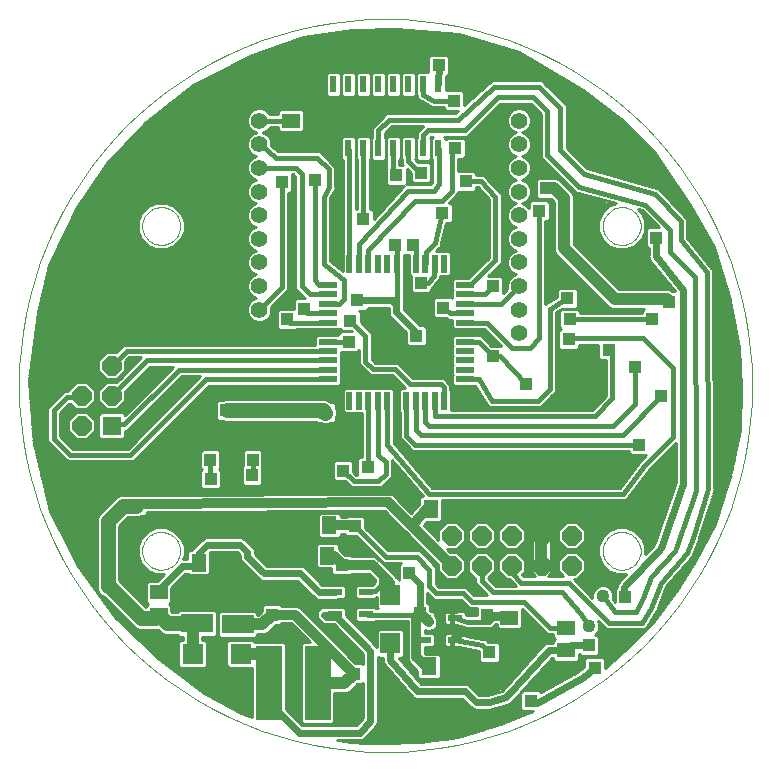
<source format=gbl>
G75*
G70*
%OFA0B0*%
%FSLAX24Y24*%
%IPPOS*%
%LPD*%
%AMOC8*
5,1,8,0,0,1.08239X$1,22.5*
%
%ADD10C,0.0000*%
%ADD11C,0.0039*%
%ADD12R,0.0472X0.0217*%
%ADD13R,0.0640X0.0640*%
%ADD14OC8,0.0640*%
%ADD15R,0.0591X0.0512*%
%ADD16R,0.0512X0.0591*%
%ADD17R,0.0866X0.2480*%
%ADD18R,0.1063X0.0630*%
%ADD19C,0.0555*%
%ADD20R,0.0236X0.0551*%
%ADD21R,0.0394X0.0433*%
%ADD22R,0.0591X0.0197*%
%ADD23R,0.0197X0.0591*%
%ADD24R,0.0669X0.0709*%
%ADD25R,0.0709X0.0669*%
%ADD26C,0.0160*%
%ADD27R,0.0436X0.0436*%
%ADD28C,0.0400*%
%ADD29C,0.0240*%
%ADD30C,0.0320*%
%ADD31C,0.0500*%
%ADD32C,0.0120*%
%ADD33C,0.0100*%
%ADD34C,0.0436*%
%ADD35C,0.0397*%
D10*
X004232Y006830D02*
X004234Y006880D01*
X004240Y006930D01*
X004250Y006979D01*
X004264Y007027D01*
X004281Y007074D01*
X004302Y007119D01*
X004327Y007163D01*
X004355Y007204D01*
X004387Y007243D01*
X004421Y007280D01*
X004458Y007314D01*
X004498Y007344D01*
X004540Y007371D01*
X004584Y007395D01*
X004630Y007416D01*
X004677Y007432D01*
X004725Y007445D01*
X004775Y007454D01*
X004824Y007459D01*
X004875Y007460D01*
X004925Y007457D01*
X004974Y007450D01*
X005023Y007439D01*
X005071Y007424D01*
X005117Y007406D01*
X005162Y007384D01*
X005205Y007358D01*
X005246Y007329D01*
X005285Y007297D01*
X005321Y007262D01*
X005353Y007224D01*
X005383Y007184D01*
X005410Y007141D01*
X005433Y007097D01*
X005452Y007051D01*
X005468Y007003D01*
X005480Y006954D01*
X005488Y006905D01*
X005492Y006855D01*
X005492Y006805D01*
X005488Y006755D01*
X005480Y006706D01*
X005468Y006657D01*
X005452Y006609D01*
X005433Y006563D01*
X005410Y006519D01*
X005383Y006476D01*
X005353Y006436D01*
X005321Y006398D01*
X005285Y006363D01*
X005246Y006331D01*
X005205Y006302D01*
X005162Y006276D01*
X005117Y006254D01*
X005071Y006236D01*
X005023Y006221D01*
X004974Y006210D01*
X004925Y006203D01*
X004875Y006200D01*
X004824Y006201D01*
X004775Y006206D01*
X004725Y006215D01*
X004677Y006228D01*
X004630Y006244D01*
X004584Y006265D01*
X004540Y006289D01*
X004498Y006316D01*
X004458Y006346D01*
X004421Y006380D01*
X004387Y006417D01*
X004355Y006456D01*
X004327Y006497D01*
X004302Y006541D01*
X004281Y006586D01*
X004264Y006633D01*
X004250Y006681D01*
X004240Y006730D01*
X004234Y006780D01*
X004232Y006830D01*
X004232Y017657D02*
X004234Y017707D01*
X004240Y017757D01*
X004250Y017806D01*
X004264Y017854D01*
X004281Y017901D01*
X004302Y017946D01*
X004327Y017990D01*
X004355Y018031D01*
X004387Y018070D01*
X004421Y018107D01*
X004458Y018141D01*
X004498Y018171D01*
X004540Y018198D01*
X004584Y018222D01*
X004630Y018243D01*
X004677Y018259D01*
X004725Y018272D01*
X004775Y018281D01*
X004824Y018286D01*
X004875Y018287D01*
X004925Y018284D01*
X004974Y018277D01*
X005023Y018266D01*
X005071Y018251D01*
X005117Y018233D01*
X005162Y018211D01*
X005205Y018185D01*
X005246Y018156D01*
X005285Y018124D01*
X005321Y018089D01*
X005353Y018051D01*
X005383Y018011D01*
X005410Y017968D01*
X005433Y017924D01*
X005452Y017878D01*
X005468Y017830D01*
X005480Y017781D01*
X005488Y017732D01*
X005492Y017682D01*
X005492Y017632D01*
X005488Y017582D01*
X005480Y017533D01*
X005468Y017484D01*
X005452Y017436D01*
X005433Y017390D01*
X005410Y017346D01*
X005383Y017303D01*
X005353Y017263D01*
X005321Y017225D01*
X005285Y017190D01*
X005246Y017158D01*
X005205Y017129D01*
X005162Y017103D01*
X005117Y017081D01*
X005071Y017063D01*
X005023Y017048D01*
X004974Y017037D01*
X004925Y017030D01*
X004875Y017027D01*
X004824Y017028D01*
X004775Y017033D01*
X004725Y017042D01*
X004677Y017055D01*
X004630Y017071D01*
X004584Y017092D01*
X004540Y017116D01*
X004498Y017143D01*
X004458Y017173D01*
X004421Y017207D01*
X004387Y017244D01*
X004355Y017283D01*
X004327Y017324D01*
X004302Y017368D01*
X004281Y017413D01*
X004264Y017460D01*
X004250Y017508D01*
X004240Y017557D01*
X004234Y017607D01*
X004232Y017657D01*
X019586Y017657D02*
X019588Y017707D01*
X019594Y017757D01*
X019604Y017806D01*
X019618Y017854D01*
X019635Y017901D01*
X019656Y017946D01*
X019681Y017990D01*
X019709Y018031D01*
X019741Y018070D01*
X019775Y018107D01*
X019812Y018141D01*
X019852Y018171D01*
X019894Y018198D01*
X019938Y018222D01*
X019984Y018243D01*
X020031Y018259D01*
X020079Y018272D01*
X020129Y018281D01*
X020178Y018286D01*
X020229Y018287D01*
X020279Y018284D01*
X020328Y018277D01*
X020377Y018266D01*
X020425Y018251D01*
X020471Y018233D01*
X020516Y018211D01*
X020559Y018185D01*
X020600Y018156D01*
X020639Y018124D01*
X020675Y018089D01*
X020707Y018051D01*
X020737Y018011D01*
X020764Y017968D01*
X020787Y017924D01*
X020806Y017878D01*
X020822Y017830D01*
X020834Y017781D01*
X020842Y017732D01*
X020846Y017682D01*
X020846Y017632D01*
X020842Y017582D01*
X020834Y017533D01*
X020822Y017484D01*
X020806Y017436D01*
X020787Y017390D01*
X020764Y017346D01*
X020737Y017303D01*
X020707Y017263D01*
X020675Y017225D01*
X020639Y017190D01*
X020600Y017158D01*
X020559Y017129D01*
X020516Y017103D01*
X020471Y017081D01*
X020425Y017063D01*
X020377Y017048D01*
X020328Y017037D01*
X020279Y017030D01*
X020229Y017027D01*
X020178Y017028D01*
X020129Y017033D01*
X020079Y017042D01*
X020031Y017055D01*
X019984Y017071D01*
X019938Y017092D01*
X019894Y017116D01*
X019852Y017143D01*
X019812Y017173D01*
X019775Y017207D01*
X019741Y017244D01*
X019709Y017283D01*
X019681Y017324D01*
X019656Y017368D01*
X019635Y017413D01*
X019618Y017460D01*
X019604Y017508D01*
X019594Y017557D01*
X019588Y017607D01*
X019586Y017657D01*
X019586Y006830D02*
X019588Y006880D01*
X019594Y006930D01*
X019604Y006979D01*
X019618Y007027D01*
X019635Y007074D01*
X019656Y007119D01*
X019681Y007163D01*
X019709Y007204D01*
X019741Y007243D01*
X019775Y007280D01*
X019812Y007314D01*
X019852Y007344D01*
X019894Y007371D01*
X019938Y007395D01*
X019984Y007416D01*
X020031Y007432D01*
X020079Y007445D01*
X020129Y007454D01*
X020178Y007459D01*
X020229Y007460D01*
X020279Y007457D01*
X020328Y007450D01*
X020377Y007439D01*
X020425Y007424D01*
X020471Y007406D01*
X020516Y007384D01*
X020559Y007358D01*
X020600Y007329D01*
X020639Y007297D01*
X020675Y007262D01*
X020707Y007224D01*
X020737Y007184D01*
X020764Y007141D01*
X020787Y007097D01*
X020806Y007051D01*
X020822Y007003D01*
X020834Y006954D01*
X020842Y006905D01*
X020846Y006855D01*
X020846Y006805D01*
X020842Y006755D01*
X020834Y006706D01*
X020822Y006657D01*
X020806Y006609D01*
X020787Y006563D01*
X020764Y006519D01*
X020737Y006476D01*
X020707Y006436D01*
X020675Y006398D01*
X020639Y006363D01*
X020600Y006331D01*
X020559Y006302D01*
X020516Y006276D01*
X020471Y006254D01*
X020425Y006236D01*
X020377Y006221D01*
X020328Y006210D01*
X020279Y006203D01*
X020229Y006200D01*
X020178Y006201D01*
X020129Y006206D01*
X020079Y006215D01*
X020031Y006228D01*
X019984Y006244D01*
X019938Y006265D01*
X019894Y006289D01*
X019852Y006316D01*
X019812Y006346D01*
X019775Y006380D01*
X019741Y006417D01*
X019709Y006456D01*
X019681Y006497D01*
X019656Y006541D01*
X019635Y006586D01*
X019618Y006633D01*
X019604Y006681D01*
X019594Y006730D01*
X019588Y006780D01*
X019586Y006830D01*
D11*
X000123Y012342D02*
X000138Y012942D01*
X000182Y013540D01*
X000255Y014135D01*
X000358Y014726D01*
X000489Y015311D01*
X000649Y015889D01*
X000837Y016458D01*
X001053Y017018D01*
X001296Y017566D01*
X001566Y018102D01*
X001861Y018624D01*
X002182Y019131D01*
X002528Y019621D01*
X002897Y020094D01*
X003288Y020548D01*
X003702Y020982D01*
X004136Y021396D01*
X004590Y021787D01*
X005063Y022156D01*
X005553Y022502D01*
X006060Y022823D01*
X006582Y023118D01*
X007118Y023388D01*
X007666Y023631D01*
X008226Y023847D01*
X008795Y024035D01*
X009373Y024195D01*
X009958Y024326D01*
X010549Y024429D01*
X011144Y024502D01*
X011742Y024546D01*
X012342Y024561D01*
X012942Y024546D01*
X013540Y024502D01*
X014135Y024429D01*
X014726Y024326D01*
X015311Y024195D01*
X015889Y024035D01*
X016458Y023847D01*
X017018Y023631D01*
X017566Y023388D01*
X018102Y023118D01*
X018624Y022823D01*
X019131Y022502D01*
X019621Y022156D01*
X020094Y021787D01*
X020548Y021396D01*
X020982Y020982D01*
X021396Y020548D01*
X021787Y020094D01*
X022156Y019621D01*
X022502Y019131D01*
X022823Y018624D01*
X023118Y018102D01*
X023388Y017566D01*
X023631Y017018D01*
X023847Y016458D01*
X024035Y015889D01*
X024195Y015311D01*
X024326Y014726D01*
X024429Y014135D01*
X024502Y013540D01*
X024546Y012942D01*
X024561Y012342D01*
X024546Y011742D01*
X024502Y011144D01*
X024429Y010549D01*
X024326Y009958D01*
X024195Y009373D01*
X024035Y008795D01*
X023847Y008226D01*
X023631Y007666D01*
X023388Y007118D01*
X023118Y006582D01*
X022823Y006060D01*
X022502Y005553D01*
X022156Y005063D01*
X021787Y004590D01*
X021396Y004136D01*
X020982Y003702D01*
X020548Y003288D01*
X020094Y002897D01*
X019621Y002528D01*
X019131Y002182D01*
X018624Y001861D01*
X018102Y001566D01*
X017566Y001296D01*
X017018Y001053D01*
X016458Y000837D01*
X015889Y000649D01*
X015311Y000489D01*
X014726Y000358D01*
X014135Y000255D01*
X013540Y000182D01*
X012942Y000138D01*
X012342Y000123D01*
X011742Y000138D01*
X011144Y000182D01*
X010549Y000255D01*
X009958Y000358D01*
X009373Y000489D01*
X008795Y000649D01*
X008226Y000837D01*
X007666Y001053D01*
X007118Y001296D01*
X006582Y001566D01*
X006060Y001861D01*
X005553Y002182D01*
X005063Y002528D01*
X004590Y002897D01*
X004136Y003288D01*
X003702Y003702D01*
X003288Y004136D01*
X002897Y004590D01*
X002528Y005063D01*
X002182Y005553D01*
X001861Y006060D01*
X001566Y006582D01*
X001296Y007118D01*
X001053Y007666D01*
X000837Y008226D01*
X000649Y008795D01*
X000489Y009373D01*
X000358Y009958D01*
X000255Y010549D01*
X000182Y011144D01*
X000138Y011742D01*
X000123Y012342D01*
D12*
X010661Y005456D03*
X010661Y005082D03*
X010661Y004708D03*
X011685Y004708D03*
X011685Y005456D03*
X013629Y004602D03*
X013629Y003854D03*
X014653Y003854D03*
X014653Y004228D03*
X014653Y004602D03*
D13*
X003220Y010996D03*
D14*
X003220Y011996D03*
X003220Y012996D03*
X002220Y012996D03*
X002220Y011996D03*
X002220Y010996D03*
X014547Y007330D03*
X014547Y006330D03*
X015547Y006330D03*
X015547Y007330D03*
X016547Y007330D03*
X016547Y006330D03*
X017547Y006330D03*
X018547Y006330D03*
X018547Y007330D03*
X017547Y007330D03*
D15*
X016472Y004598D03*
X016472Y003850D03*
X018362Y003515D03*
X018362Y004263D03*
X004779Y004696D03*
X004779Y005444D03*
X009189Y020425D03*
X009189Y021173D03*
D16*
X013850Y008232D03*
X014598Y008232D03*
X010464Y007681D03*
X009716Y007681D03*
X009653Y006669D03*
X010401Y006669D03*
X006862Y006440D03*
X006114Y006440D03*
X013791Y002976D03*
X014539Y002976D03*
D17*
X010078Y002417D03*
X008464Y002417D03*
D18*
X007409Y004377D03*
X007409Y005480D03*
X006055Y005511D03*
X006055Y004409D03*
D19*
X008129Y014082D03*
X008129Y014870D03*
X008129Y015657D03*
X008129Y016444D03*
X008129Y017232D03*
X008129Y018019D03*
X008129Y018807D03*
X008129Y019594D03*
X008129Y020381D03*
X008129Y021169D03*
X016791Y021169D03*
X016791Y020381D03*
X016791Y019594D03*
X016791Y018807D03*
X016791Y018019D03*
X016791Y017232D03*
X016791Y016444D03*
X016791Y015657D03*
X016791Y014870D03*
X016791Y014082D03*
D20*
X014104Y020242D03*
X013604Y020242D03*
X013104Y020242D03*
X012604Y020242D03*
X012104Y020242D03*
X011604Y020242D03*
X011104Y020242D03*
X010604Y020242D03*
X010604Y022379D03*
X011104Y022379D03*
X011604Y022379D03*
X012104Y022379D03*
X012604Y022379D03*
X013104Y022379D03*
X013604Y022379D03*
X014104Y022379D03*
D21*
X007909Y010543D03*
X007909Y009874D03*
X006500Y009870D03*
X006500Y010539D03*
D22*
X010433Y012547D03*
X010433Y012862D03*
X010433Y013177D03*
X010433Y013492D03*
X010433Y013807D03*
X010433Y014122D03*
X010433Y014437D03*
X010433Y014751D03*
X010433Y015066D03*
X010433Y015381D03*
X010433Y015696D03*
X015000Y015696D03*
X015000Y015381D03*
X015000Y015066D03*
X015000Y014751D03*
X015000Y014437D03*
X015000Y014122D03*
X015000Y013807D03*
X015000Y013492D03*
X015000Y013177D03*
X015000Y012862D03*
X015000Y012547D03*
D23*
X014291Y011838D03*
X013976Y011838D03*
X013661Y011838D03*
X013346Y011838D03*
X013031Y011838D03*
X012716Y011838D03*
X012401Y011838D03*
X012086Y011838D03*
X011771Y011838D03*
X011456Y011838D03*
X011141Y011838D03*
X011141Y016405D03*
X011456Y016405D03*
X011771Y016405D03*
X012086Y016405D03*
X012401Y016405D03*
X012716Y016405D03*
X013031Y016405D03*
X013346Y016405D03*
X013661Y016405D03*
X013976Y016405D03*
X014291Y016405D03*
D24*
X012507Y005358D03*
X012507Y003744D03*
D25*
X007523Y003397D03*
X005909Y003397D03*
D26*
X007409Y005480D02*
X007409Y005503D01*
X008799Y006673D02*
X008803Y006669D01*
X009653Y006669D01*
X010885Y006358D02*
X010925Y006358D01*
X011791Y006358D01*
X012185Y005964D01*
X012185Y005689D01*
X011988Y005492D01*
X011720Y005492D01*
X011685Y005456D01*
X011685Y004708D02*
X011767Y004704D01*
X013287Y004704D01*
X013484Y004744D01*
X013523Y004783D01*
X013523Y004744D01*
X013484Y004744D01*
X014035Y005413D02*
X013799Y005649D01*
X013799Y006200D01*
X013405Y006633D01*
X012342Y006633D01*
X011318Y007657D01*
X010570Y008877D02*
X010531Y008956D01*
X010570Y008877D02*
X008838Y008877D01*
X007909Y009366D02*
X007893Y009350D01*
X007909Y009366D02*
X007909Y009874D01*
X007905Y010539D02*
X007909Y010543D01*
X007905Y010539D02*
X006500Y010539D01*
X006476Y010563D01*
X006476Y011870D01*
X006712Y012106D01*
X010492Y012106D01*
X010689Y012106D01*
X011043Y012460D01*
X012657Y012460D01*
X012696Y012421D01*
X012696Y011858D01*
X012696Y010531D01*
X013996Y009114D01*
X014468Y009114D01*
X013799Y008720D02*
X020255Y008720D01*
X020964Y009665D01*
X021909Y010610D01*
X021909Y012933D01*
X020925Y013917D01*
X018484Y013917D01*
X018444Y013877D01*
X018484Y014547D02*
X021240Y014547D01*
X020649Y012972D02*
X020649Y011712D01*
X019940Y011003D01*
X013799Y011003D01*
X013661Y011141D01*
X013661Y011838D01*
X013976Y011838D02*
X013976Y011338D01*
X013996Y011318D01*
X019311Y011318D01*
X019901Y011909D01*
X019901Y013405D01*
X019783Y013523D01*
X018405Y015255D02*
X017814Y014901D01*
X017814Y012224D01*
X017421Y011830D01*
X015885Y011830D01*
X015444Y012547D01*
X015000Y012547D01*
X014291Y012283D02*
X014291Y011838D01*
X014291Y012283D02*
X014192Y012381D01*
X013169Y012381D01*
X012657Y012893D01*
X011909Y012893D01*
X011673Y013129D01*
X011673Y013996D01*
X011161Y014507D01*
X010807Y015059D02*
X010440Y015059D01*
X010433Y015066D01*
X010433Y015381D02*
X009814Y015381D01*
X009547Y015649D01*
X009547Y019389D01*
X009358Y019586D01*
X008129Y019594D01*
X008681Y019940D02*
X008161Y020381D01*
X008129Y020381D01*
X008681Y019940D02*
X010059Y019940D01*
X010452Y019547D01*
X010452Y018956D01*
X010295Y018641D01*
X010295Y016397D01*
X010964Y015846D01*
X010964Y015216D01*
X010807Y015059D01*
X010433Y014751D02*
X009736Y014751D01*
X009626Y014901D01*
X009074Y014547D02*
X009145Y014437D01*
X010433Y014437D01*
X010433Y014122D02*
X008129Y014122D01*
X008129Y014082D01*
X008129Y014870D02*
X008877Y015618D01*
X008877Y019114D01*
X009980Y019192D02*
X009980Y015846D01*
X010129Y015696D01*
X010433Y015696D01*
X011141Y016405D02*
X011141Y020204D01*
X011104Y020242D01*
X010604Y020242D02*
X010570Y020208D01*
X010570Y020059D01*
X010807Y019822D01*
X010807Y018366D01*
X010728Y018248D01*
X010728Y017972D01*
X011594Y017893D02*
X011604Y018139D01*
X011604Y020242D01*
X012104Y020242D02*
X012104Y020844D01*
X012460Y021200D01*
X014744Y021200D01*
X015964Y022303D01*
X017460Y022303D01*
X018169Y021594D01*
X018169Y020177D01*
X018956Y019389D01*
X021318Y018720D01*
X022185Y017814D01*
X022185Y017185D01*
X023051Y016122D01*
X023090Y008877D01*
X022578Y007263D01*
X022381Y006751D01*
X021515Y005767D01*
X021200Y004940D01*
X020885Y004429D01*
X019783Y004429D01*
X018444Y005767D01*
X016870Y005767D01*
X016547Y006090D01*
X016547Y006330D01*
X015925Y005452D02*
X015547Y005830D01*
X015547Y006330D01*
X015925Y005452D02*
X018208Y005452D01*
X018838Y004744D01*
X019114Y004311D01*
X018362Y004263D02*
X017822Y004263D01*
X016948Y005137D01*
X015216Y005137D01*
X014940Y005413D01*
X014035Y005413D01*
X014547Y004940D02*
X014547Y004232D01*
X014704Y004074D01*
X014547Y003917D01*
X014547Y002984D01*
X014539Y002976D01*
X014653Y003854D02*
X015555Y003696D01*
X015807Y003444D01*
X016110Y003850D02*
X016472Y003850D01*
X016110Y003850D02*
X015885Y004074D01*
X015051Y004074D01*
X014653Y004228D01*
X015043Y004074D01*
X014704Y004074D01*
X014653Y004602D02*
X015070Y004468D01*
X015807Y004468D01*
X015937Y004598D01*
X016472Y004598D01*
X014547Y001594D02*
X014074Y001122D01*
X012342Y001122D01*
X019586Y005334D02*
X019980Y004783D01*
X020689Y004783D01*
X020925Y005255D01*
X021200Y005964D01*
X021988Y006830D01*
X022696Y008838D01*
X022657Y015964D01*
X021830Y016791D01*
X021830Y017539D01*
X021003Y018366D01*
X018799Y018956D01*
X017736Y020019D01*
X017736Y021476D01*
X017263Y021948D01*
X016082Y021948D01*
X014980Y020846D01*
X013759Y020846D01*
X013604Y020690D01*
X013604Y020242D01*
X014104Y020242D02*
X014114Y020232D01*
X014114Y019074D01*
X013956Y018838D01*
X013090Y018838D01*
X011456Y017047D01*
X011456Y016405D01*
X011771Y016405D02*
X011771Y016850D01*
X013326Y018484D01*
X014232Y018484D01*
X014547Y018838D01*
X014547Y020177D01*
X014665Y020255D01*
X015019Y019153D02*
X015531Y019153D01*
X016003Y018641D01*
X016003Y016515D01*
X015145Y015696D01*
X015000Y015696D01*
X015000Y015381D02*
X015657Y015381D01*
X015925Y015649D01*
X016200Y015066D02*
X016791Y015657D01*
X016200Y015066D02*
X015000Y015066D01*
X015000Y014751D02*
X014500Y014751D01*
X014271Y014940D01*
X014114Y015570D02*
X013405Y014901D01*
X014192Y014114D01*
X014874Y014114D01*
X015000Y014122D01*
X015000Y014437D02*
X015720Y014437D01*
X016555Y013602D01*
X017145Y013602D01*
X017460Y013917D01*
X017460Y018169D01*
X015098Y016555D02*
X015098Y016515D01*
X014468Y015846D01*
X014114Y015570D01*
X013759Y015767D02*
X013956Y016003D01*
X013956Y016385D01*
X013976Y016405D01*
X013681Y016425D02*
X013661Y016405D01*
X013681Y016425D02*
X013681Y016791D01*
X013996Y017106D01*
X014232Y018090D01*
X013346Y017007D02*
X013248Y017027D01*
X013346Y017007D02*
X013346Y016405D01*
X013031Y016405D02*
X013031Y015275D01*
X013405Y014901D01*
X012736Y015098D02*
X012736Y015216D01*
X012696Y015177D01*
X012736Y015216D02*
X012736Y016948D01*
X012657Y017027D01*
X012716Y016968D01*
X012716Y016405D01*
X013523Y015767D02*
X013759Y015767D01*
X015000Y013807D02*
X015444Y013807D01*
X015925Y013326D01*
X016161Y013326D01*
X017027Y012381D01*
X020255Y010689D02*
X013523Y010689D01*
X013346Y010866D01*
X013346Y011838D01*
X013031Y011838D02*
X013031Y010669D01*
X013326Y010374D01*
X020807Y010374D01*
X020255Y010689D02*
X021515Y011988D01*
X013799Y008720D02*
X012401Y010354D01*
X012401Y011838D01*
X012696Y011858D02*
X012716Y011838D01*
X012086Y011838D02*
X012086Y010039D01*
X012342Y009783D01*
X012342Y009389D01*
X012106Y009153D01*
X011279Y009153D01*
X010925Y009507D01*
X011751Y009626D02*
X011771Y009645D01*
X011771Y011838D01*
X010433Y012547D02*
X006366Y012547D01*
X003838Y010019D01*
X001830Y010019D01*
X001279Y010570D01*
X001279Y011515D01*
X001712Y011948D01*
X002173Y011948D01*
X002220Y011996D01*
X003220Y011996D02*
X003566Y012342D01*
X003563Y012342D01*
X004397Y013177D01*
X010433Y013177D01*
X010433Y013492D02*
X003716Y013492D01*
X003220Y012996D01*
X003267Y011043D02*
X003220Y010996D01*
X003267Y011043D02*
X003641Y011043D01*
X005460Y012862D01*
X010433Y012862D01*
X010433Y013807D02*
X010598Y013799D01*
X011122Y013799D01*
X006500Y009870D02*
X006500Y009248D01*
X006515Y009232D01*
X012696Y019350D02*
X012578Y019468D01*
X012578Y020216D01*
X012604Y020242D01*
X013104Y020242D02*
X013104Y019809D01*
X013484Y019429D01*
X013563Y019507D01*
X013523Y019429D01*
X013956Y021830D02*
X013602Y022027D01*
X013602Y022377D01*
X013604Y022379D01*
X013956Y021830D02*
X014626Y021830D01*
X010604Y020576D02*
X010604Y020242D01*
X010604Y020576D02*
X010413Y020767D01*
X010098Y020767D01*
X009783Y020452D01*
X009216Y020452D01*
X009189Y020425D01*
X009185Y021169D02*
X009189Y021173D01*
X009185Y021169D02*
X008129Y021169D01*
D27*
X008877Y019114D03*
X009980Y019192D03*
X010728Y017972D03*
X011594Y017893D03*
X012657Y017027D03*
X013248Y017027D03*
X013523Y015767D03*
X014271Y014940D03*
X013366Y013996D03*
X013523Y013405D03*
X011397Y015177D03*
X011161Y014507D03*
X011122Y013799D03*
X010492Y012106D03*
X010334Y011437D03*
X010925Y009507D03*
X010531Y008956D03*
X011751Y009626D03*
X011318Y007657D03*
X010885Y006358D03*
X008799Y006673D03*
X008838Y007657D03*
X007185Y007736D03*
X007185Y008996D03*
X007893Y009350D03*
X006515Y009232D03*
X007027Y011515D03*
X009074Y014547D03*
X009626Y014901D03*
X005925Y014980D03*
X006003Y018996D03*
X010531Y021043D03*
X012696Y019350D03*
X013523Y019429D03*
X014665Y020255D03*
X015334Y019822D03*
X015019Y019153D03*
X015059Y018326D03*
X014232Y018090D03*
X015098Y016555D03*
X015925Y015649D03*
X015925Y013326D03*
X017027Y012381D03*
X018444Y013877D03*
X018484Y014547D03*
X018405Y015255D03*
X019783Y013523D03*
X020649Y012972D03*
X021515Y011988D03*
X020807Y010374D03*
X021751Y009586D03*
X020177Y008011D03*
X020334Y005295D03*
X019114Y003681D03*
X019311Y002933D03*
X017185Y001830D03*
X015964Y002500D03*
X015807Y003444D03*
X015728Y004704D03*
X014547Y004940D03*
X013484Y004744D03*
X013129Y006082D03*
X014468Y009114D03*
X008799Y005610D03*
X008563Y004704D03*
X011279Y002736D03*
X014547Y001594D03*
X023759Y011555D03*
X023759Y013090D03*
X021791Y015137D03*
X021240Y014547D03*
X021003Y016161D03*
X020492Y016161D03*
X021358Y017263D03*
X019035Y017657D03*
X019035Y018208D03*
X017696Y018917D03*
X017460Y018169D03*
X014626Y021830D03*
X014980Y022500D03*
X014114Y023011D03*
X004035Y008326D03*
D28*
X006055Y005511D02*
X007401Y005511D01*
X007409Y005503D01*
X008692Y005503D01*
X008799Y005610D01*
X008563Y005610D01*
X008563Y004704D02*
X008236Y004377D01*
X007409Y004377D01*
X007523Y003397D02*
X008334Y003397D01*
X008366Y003366D01*
X008366Y002515D01*
X008464Y002417D01*
X010078Y002417D02*
X010960Y002417D01*
X011279Y002736D01*
X014547Y004940D02*
X014547Y004980D01*
X017539Y006240D02*
X017539Y007381D01*
X020177Y008011D02*
X021751Y009586D01*
X021791Y015137D02*
X021712Y015216D01*
X019980Y015216D01*
X018287Y016909D01*
X018287Y018602D01*
X017972Y018917D01*
X017696Y018917D01*
X014980Y022500D02*
X014980Y023681D01*
X014901Y023759D01*
X010374Y023759D01*
X009626Y023011D01*
X009626Y022224D01*
X009507Y022224D01*
X009980Y021751D01*
X010295Y020964D01*
X009507Y022224D02*
X006791Y022224D01*
X003602Y019035D01*
X003602Y018917D01*
X003681Y018996D01*
X006003Y018996D01*
X003602Y018917D02*
X003602Y014200D01*
X003720Y014082D01*
X007185Y007736D02*
X008759Y007736D01*
X008838Y007657D01*
X006055Y004409D02*
X005909Y004263D01*
X005909Y003397D01*
D29*
X004779Y005444D02*
X004779Y005527D01*
X005570Y006318D01*
X005992Y006318D01*
X006114Y006440D01*
X006114Y006744D01*
X006397Y007027D01*
X007500Y007027D01*
X007736Y006791D01*
X007736Y006633D01*
X008287Y006082D01*
X009507Y006082D01*
X010133Y005456D01*
X010661Y005456D01*
X010661Y005082D02*
X009748Y005082D01*
X009744Y005078D01*
X009685Y005078D01*
X009232Y005531D01*
X008877Y005531D01*
X008799Y005610D01*
X007409Y005503D02*
X007261Y005651D01*
X006823Y005651D01*
X006862Y005690D01*
X006862Y006440D01*
X007185Y008996D02*
X007185Y010531D01*
X007192Y010539D01*
X007905Y010539D01*
X007972Y011515D02*
X007027Y011476D01*
X011397Y015177D02*
X012539Y015177D01*
X012696Y015019D01*
X012696Y014783D01*
X013366Y014114D01*
X013366Y013996D01*
X012696Y015177D02*
X012539Y015177D01*
X019035Y017657D02*
X019035Y018208D01*
X020492Y016161D02*
X021003Y016161D01*
X021358Y016673D02*
X022263Y015531D01*
X022263Y009074D01*
X021515Y006909D01*
X020295Y005610D01*
X020295Y005216D01*
X020334Y005295D01*
X019114Y003681D02*
X018527Y003681D01*
X018362Y003515D01*
X017976Y003523D01*
X017775Y003523D01*
X016362Y001952D01*
X015807Y001791D01*
X015374Y001791D01*
X014980Y002145D01*
X013405Y002145D01*
X012507Y003200D01*
X012507Y003744D01*
X011830Y003484D02*
X011830Y001161D01*
X011476Y000767D01*
X009468Y000767D01*
X008720Y001515D01*
X008720Y002161D01*
X008464Y002417D01*
X010374Y004626D02*
X010728Y004626D01*
X011830Y003484D01*
X010657Y004704D02*
X010295Y004704D01*
X010374Y004626D01*
X010657Y004704D02*
X010661Y004708D01*
X010885Y006358D02*
X010574Y006669D01*
X010401Y006669D01*
X013129Y006082D02*
X013484Y005728D01*
X013484Y004744D01*
X015728Y004704D02*
X016366Y004704D01*
X016472Y004598D01*
X017381Y001751D02*
X018877Y002578D01*
X019311Y002933D01*
X017381Y001751D02*
X017185Y001830D01*
X023759Y011555D02*
X023759Y013090D01*
X021358Y016673D02*
X021358Y017263D01*
X014104Y022379D02*
X014114Y023011D01*
D30*
X010531Y021043D02*
X010413Y021043D01*
X010295Y020964D01*
X015059Y018326D02*
X015059Y016594D01*
X015098Y016555D01*
X012460Y008444D02*
X012460Y008417D01*
X013214Y007663D01*
X013771Y008299D01*
X013850Y008232D01*
X014598Y008232D02*
X016685Y008232D01*
X017547Y007330D01*
X014547Y006330D02*
X013214Y007663D01*
X012460Y008444D02*
X004114Y008405D01*
X004035Y008326D01*
X007027Y011515D02*
X007066Y011515D01*
X005807Y014082D02*
X005925Y014200D01*
X005925Y014980D01*
X008862Y007681D02*
X008838Y007657D01*
X008838Y006712D01*
X008799Y006673D01*
X008862Y007681D02*
X009716Y007681D01*
X010464Y007681D02*
X011295Y007681D01*
X011318Y007657D01*
X010614Y006669D02*
X010401Y006669D01*
X010614Y006669D02*
X010925Y006358D01*
X011909Y006358D01*
X012460Y005807D01*
X012381Y005807D01*
X012303Y005728D01*
X012460Y005728D01*
X012500Y005767D01*
X012500Y005366D01*
X012507Y005358D01*
X013366Y004626D02*
X013484Y004744D01*
X013783Y004444D01*
X013629Y004602D01*
X013366Y004626D02*
X013366Y003287D01*
X013677Y002976D01*
X013791Y002976D01*
X014539Y002976D02*
X015488Y002976D01*
X015964Y002500D01*
X011279Y002736D02*
X009311Y004704D01*
X008563Y004704D01*
D31*
X006055Y004409D02*
X005066Y004409D01*
X004779Y004696D01*
X004669Y004586D01*
X004192Y004586D01*
X003129Y005649D01*
X003090Y005649D01*
X003090Y007814D01*
X003602Y008326D01*
X004035Y008326D01*
X007066Y011515D02*
X007972Y011515D01*
X010255Y011515D01*
X010334Y011437D01*
X008129Y014082D02*
X005807Y014082D01*
X003720Y014082D01*
X002586Y014082D01*
X002224Y013720D01*
X002224Y013000D01*
X002220Y012996D01*
X017507Y007507D02*
X018169Y008011D01*
X020177Y008011D01*
X017547Y007330D02*
X017507Y007507D01*
D32*
X013523Y013405D02*
X014200Y014122D01*
X015000Y014122D01*
X010334Y011437D02*
X010255Y011437D01*
X010177Y011515D01*
X009795Y020425D02*
X009189Y020425D01*
X009795Y020425D02*
X010295Y020964D01*
D33*
X005413Y004020D02*
X003949Y004020D01*
X004050Y003922D02*
X005579Y003922D01*
X005579Y003964D02*
X005579Y003862D01*
X005501Y003862D01*
X005425Y003786D01*
X005425Y003009D01*
X005501Y002933D01*
X006317Y002933D01*
X006393Y003009D01*
X006393Y003786D01*
X006317Y003862D01*
X006239Y003862D01*
X006239Y003964D01*
X006640Y003964D01*
X006716Y004040D01*
X006716Y004778D01*
X006640Y004854D01*
X005469Y004854D01*
X005404Y004789D01*
X005224Y004789D01*
X005204Y004809D01*
X005204Y005006D01*
X005140Y005070D01*
X005204Y005135D01*
X005204Y005599D01*
X005674Y006068D01*
X005751Y006068D01*
X005804Y006015D01*
X006423Y006015D01*
X006500Y006091D01*
X006500Y006776D01*
X006501Y006777D01*
X007396Y006777D01*
X007486Y006687D01*
X007486Y006584D01*
X007524Y006492D01*
X007594Y006421D01*
X008145Y005870D01*
X008237Y005832D01*
X008337Y005832D01*
X009404Y005832D01*
X009992Y005244D01*
X010084Y005206D01*
X010183Y005206D01*
X010711Y005206D01*
X010739Y005218D01*
X010951Y005218D01*
X011027Y005294D01*
X011027Y005618D01*
X010951Y005694D01*
X010739Y005694D01*
X010711Y005706D01*
X010237Y005706D01*
X009649Y006294D01*
X009557Y006332D01*
X009458Y006332D01*
X008390Y006332D01*
X007986Y006737D01*
X007986Y006741D01*
X007986Y006841D01*
X007948Y006932D01*
X007711Y007169D01*
X007641Y007239D01*
X007549Y007277D01*
X006447Y007277D01*
X006347Y007277D01*
X006256Y007239D01*
X005972Y006956D01*
X005902Y006885D01*
X005894Y006866D01*
X005804Y006866D01*
X005728Y006790D01*
X005728Y006568D01*
X005597Y006568D01*
X005642Y006675D01*
X005642Y006985D01*
X005523Y007272D01*
X005304Y007491D01*
X005017Y007610D01*
X004707Y007610D01*
X004420Y007491D01*
X004201Y007272D01*
X003470Y007272D01*
X003470Y007174D02*
X004160Y007174D01*
X004201Y007272D02*
X004082Y006985D01*
X004082Y006675D01*
X004201Y006388D01*
X004420Y006169D01*
X004707Y006050D01*
X004949Y006050D01*
X004729Y005830D01*
X004430Y005830D01*
X004354Y005754D01*
X004354Y005135D01*
X004418Y005070D01*
X004354Y005006D01*
X004354Y004966D01*
X004350Y004966D01*
X003470Y005846D01*
X003470Y007657D01*
X003759Y007946D01*
X004111Y007946D01*
X004188Y007978D01*
X004307Y007978D01*
X004383Y008054D01*
X004383Y008116D01*
X012313Y008154D01*
X012968Y007499D01*
X012975Y007492D01*
X012980Y007483D01*
X013016Y007451D01*
X014097Y006370D01*
X014097Y006144D01*
X014360Y005880D01*
X014733Y005880D01*
X014997Y006144D01*
X014997Y006517D01*
X014733Y006780D01*
X014507Y006780D01*
X014407Y006880D01*
X014733Y006880D01*
X014997Y007144D01*
X014997Y007517D01*
X014733Y007780D01*
X014360Y007780D01*
X014097Y007517D01*
X014097Y007190D01*
X013611Y007676D01*
X013725Y007807D01*
X014160Y007807D01*
X014236Y007883D01*
X014236Y008510D01*
X020185Y008510D01*
X020199Y008500D01*
X020270Y008510D01*
X020342Y008510D01*
X020354Y008522D01*
X020371Y008524D01*
X020414Y008582D01*
X020465Y008633D01*
X020465Y008650D01*
X021123Y009527D01*
X021996Y010400D01*
X022013Y010417D01*
X022013Y009116D01*
X021296Y007041D01*
X020996Y006721D01*
X020996Y006985D01*
X020877Y007272D01*
X021376Y007272D01*
X021342Y007174D02*
X020918Y007174D01*
X020877Y007272D02*
X020658Y007491D01*
X020371Y007610D01*
X020061Y007610D01*
X019774Y007491D01*
X019555Y007272D01*
X018997Y007272D01*
X018997Y007174D02*
X019514Y007174D01*
X019555Y007272D02*
X019436Y006985D01*
X019436Y006675D01*
X019555Y006388D01*
X019774Y006169D01*
X020061Y006050D01*
X020366Y006050D01*
X020115Y005783D01*
X020083Y005751D01*
X020081Y005748D01*
X020079Y005745D01*
X020062Y005702D01*
X020045Y005659D01*
X020045Y005655D01*
X020043Y005652D01*
X020044Y005625D01*
X019986Y005567D01*
X019986Y005135D01*
X019919Y005229D01*
X019934Y005265D01*
X019934Y005403D01*
X019881Y005531D01*
X019783Y005629D01*
X019655Y005682D01*
X019517Y005682D01*
X019389Y005629D01*
X019291Y005531D01*
X019238Y005403D01*
X019238Y005271D01*
X018654Y005854D01*
X018628Y005880D01*
X018733Y005880D01*
X018997Y006144D01*
X018997Y006517D01*
X018733Y006780D01*
X018360Y006780D01*
X018097Y006517D01*
X018097Y006144D01*
X018263Y005977D01*
X017743Y005977D01*
X017819Y006053D01*
X017869Y006174D01*
X017869Y007447D01*
X017819Y007568D01*
X018148Y007568D01*
X018097Y007517D02*
X018097Y007144D01*
X018360Y006880D01*
X018733Y006880D01*
X018997Y007144D01*
X018997Y007517D01*
X018733Y007780D01*
X018360Y007780D01*
X018097Y007517D01*
X018097Y007469D02*
X017860Y007469D01*
X017869Y007371D02*
X018097Y007371D01*
X018097Y007272D02*
X017869Y007272D01*
X017869Y007174D02*
X018097Y007174D01*
X018166Y007075D02*
X017869Y007075D01*
X017869Y006976D02*
X018264Y006976D01*
X018359Y006779D02*
X017869Y006779D01*
X017869Y006681D02*
X018261Y006681D01*
X018162Y006582D02*
X017869Y006582D01*
X017869Y006484D02*
X018097Y006484D01*
X018097Y006385D02*
X017869Y006385D01*
X017869Y006287D02*
X018097Y006287D01*
X018097Y006188D02*
X017869Y006188D01*
X017834Y006090D02*
X018151Y006090D01*
X018250Y005991D02*
X017757Y005991D01*
X017335Y005977D02*
X016957Y005977D01*
X016893Y006040D01*
X016997Y006144D01*
X016997Y006517D01*
X016733Y006780D01*
X016360Y006780D01*
X016097Y006517D01*
X016097Y006144D01*
X016360Y005880D01*
X016460Y005880D01*
X016678Y005662D01*
X016012Y005662D01*
X015763Y005911D01*
X015997Y006144D01*
X015997Y006517D01*
X015733Y006780D01*
X015360Y006780D01*
X015097Y006517D01*
X015097Y006144D01*
X015337Y005904D01*
X015337Y005743D01*
X015460Y005620D01*
X015733Y005347D01*
X015303Y005347D01*
X015150Y005500D01*
X015027Y005623D01*
X014122Y005623D01*
X014009Y005736D01*
X014009Y006195D01*
X014013Y006277D01*
X014009Y006281D01*
X014009Y006287D01*
X013951Y006345D01*
X013615Y006715D01*
X013615Y006720D01*
X013557Y006778D01*
X013502Y006839D01*
X013496Y006839D01*
X013492Y006843D01*
X013410Y006843D01*
X013328Y006847D01*
X013324Y006843D01*
X012429Y006843D01*
X011666Y007606D01*
X011666Y007929D01*
X011590Y008005D01*
X011046Y008005D01*
X011012Y007971D01*
X010850Y007971D01*
X010850Y008030D01*
X010774Y008106D01*
X010154Y008106D01*
X010078Y008030D01*
X010078Y007331D01*
X010154Y007255D01*
X010774Y007255D01*
X010850Y007331D01*
X010850Y007391D01*
X010970Y007391D01*
X010970Y007385D01*
X011046Y007309D01*
X011370Y007309D01*
X012255Y006423D01*
X012429Y006423D01*
X012851Y006423D01*
X012781Y006354D01*
X012781Y005844D01*
X012745Y005931D01*
X012706Y005971D01*
X012624Y006052D01*
X012073Y006604D01*
X011967Y006648D01*
X011851Y006648D01*
X011215Y006648D01*
X011157Y006706D01*
X010987Y006706D01*
X010787Y006906D01*
X010787Y007018D01*
X010711Y007094D01*
X010091Y007094D01*
X010015Y007018D01*
X010015Y006320D01*
X010091Y006244D01*
X010537Y006244D01*
X010537Y006086D01*
X010613Y006010D01*
X011157Y006010D01*
X011215Y006068D01*
X011784Y006068D01*
X011975Y005877D01*
X011975Y005775D01*
X011901Y005702D01*
X011633Y005702D01*
X011626Y005694D01*
X011395Y005694D01*
X011318Y005618D01*
X011318Y005294D01*
X011395Y005218D01*
X011975Y005218D01*
X012038Y005282D01*
X012043Y005282D01*
X012043Y004950D01*
X012078Y004914D01*
X012007Y004914D01*
X011975Y004946D01*
X011395Y004946D01*
X011318Y004870D01*
X011318Y004546D01*
X011395Y004470D01*
X011975Y004470D01*
X011999Y004494D01*
X013076Y004494D01*
X013076Y003229D01*
X013120Y003123D01*
X013201Y003041D01*
X013405Y002838D01*
X013144Y002838D01*
X013060Y002936D02*
X013306Y002936D01*
X013208Y003035D02*
X012976Y003035D01*
X012893Y003133D02*
X013115Y003133D01*
X013076Y003232D02*
X012809Y003232D01*
X012785Y003259D02*
X012896Y003259D01*
X012972Y003335D01*
X012972Y004152D01*
X012896Y004228D01*
X012119Y004228D01*
X012043Y004152D01*
X012043Y003624D01*
X012042Y003625D01*
X012009Y003658D01*
X011027Y004675D01*
X011027Y004870D01*
X010951Y004946D01*
X010739Y004946D01*
X010711Y004958D01*
X010611Y004958D01*
X010602Y004954D01*
X010345Y004954D01*
X010245Y004954D01*
X010153Y004916D01*
X010083Y004846D01*
X010045Y004754D01*
X010045Y004654D01*
X010083Y004563D01*
X010162Y004484D01*
X010232Y004414D01*
X010324Y004376D01*
X010622Y004376D01*
X011580Y003383D01*
X011580Y003055D01*
X011551Y003084D01*
X011341Y003084D01*
X009475Y004950D01*
X009368Y004994D01*
X009253Y004994D01*
X008893Y004994D01*
X008834Y005052D01*
X008291Y005052D01*
X008214Y004976D01*
X008214Y004823D01*
X008099Y004707D01*
X008070Y004707D01*
X008070Y004746D01*
X007994Y004822D01*
X006824Y004822D01*
X006747Y004746D01*
X006747Y004009D01*
X006824Y003933D01*
X007994Y003933D01*
X008070Y004009D01*
X008070Y004047D01*
X008170Y004047D01*
X008301Y004047D01*
X008423Y004098D01*
X008681Y004356D01*
X008834Y004356D01*
X008893Y004414D01*
X009190Y004414D01*
X009818Y003787D01*
X009591Y003787D01*
X009515Y003711D01*
X009515Y001123D01*
X009591Y001047D01*
X010565Y001047D01*
X010641Y001123D01*
X010641Y002087D01*
X010894Y002087D01*
X011026Y002087D01*
X011147Y002137D01*
X011398Y002388D01*
X011551Y002388D01*
X011580Y002417D01*
X011580Y001257D01*
X011365Y001017D01*
X009571Y001017D01*
X009027Y001562D01*
X009027Y003711D01*
X008951Y003787D01*
X008006Y003787D01*
X007931Y003862D01*
X007115Y003862D01*
X007039Y003786D01*
X007039Y003009D01*
X007115Y002933D01*
X007901Y002933D01*
X007901Y001280D01*
X007539Y001437D01*
X006279Y002106D01*
X004744Y003248D01*
X003326Y004626D01*
X002106Y006318D01*
X001161Y008169D01*
X000610Y010413D01*
X000452Y012539D01*
X000767Y014783D01*
X001122Y016358D01*
X002066Y018287D01*
X003051Y019744D01*
X004350Y021122D01*
X005925Y022342D01*
X007893Y023366D01*
X009586Y023956D01*
X011240Y024192D01*
X012696Y024232D01*
X014783Y024074D01*
X016791Y023444D01*
X018917Y022185D01*
X020177Y021240D01*
X021318Y020098D01*
X022500Y018366D01*
X023287Y016948D01*
X023799Y015334D01*
X024114Y013641D01*
X024192Y012303D01*
X024153Y010846D01*
X023838Y009311D01*
X023326Y007736D01*
X022618Y006437D01*
X022066Y005531D01*
X021279Y004507D01*
X020334Y003523D01*
X019659Y002923D01*
X019659Y003205D01*
X019582Y003281D01*
X019039Y003281D01*
X018962Y003205D01*
X018962Y002971D01*
X018737Y002786D01*
X017521Y002114D01*
X017456Y002178D01*
X016913Y002178D01*
X016836Y002102D01*
X016836Y001558D01*
X016913Y001482D01*
X017245Y001482D01*
X016161Y001043D01*
X014744Y000610D01*
X013444Y000452D01*
X012224Y000413D01*
X011594Y000413D01*
X010714Y000517D01*
X011433Y000517D01*
X011439Y000515D01*
X011483Y000517D01*
X011526Y000517D01*
X011532Y000520D01*
X011539Y000520D01*
X011578Y000539D01*
X011617Y000555D01*
X011622Y000560D01*
X011628Y000563D01*
X011657Y000595D01*
X011688Y000626D01*
X011690Y000632D01*
X012012Y000989D01*
X012042Y001019D01*
X012045Y001026D01*
X012049Y001031D01*
X012064Y001072D01*
X012080Y001111D01*
X012080Y001118D01*
X012082Y001124D01*
X012080Y001168D01*
X012080Y003298D01*
X012119Y003259D01*
X012257Y003259D01*
X012257Y003210D01*
X012254Y003171D01*
X012257Y003161D01*
X012257Y003151D01*
X012273Y003114D01*
X012285Y003076D01*
X012292Y003068D01*
X012295Y003059D01*
X012323Y003031D01*
X013189Y002013D01*
X013193Y002004D01*
X013221Y001976D01*
X013247Y001945D01*
X013256Y001941D01*
X013263Y001933D01*
X013300Y001918D01*
X013335Y001900D01*
X013346Y001899D01*
X013355Y001895D01*
X013395Y001895D01*
X013434Y001892D01*
X013444Y001895D01*
X014884Y001895D01*
X015202Y001609D01*
X015232Y001579D01*
X015238Y001576D01*
X015243Y001572D01*
X015284Y001557D01*
X015324Y001541D01*
X015331Y001541D01*
X015337Y001539D01*
X015380Y001541D01*
X015793Y001541D01*
X015829Y001537D01*
X015842Y001541D01*
X015856Y001541D01*
X015890Y001555D01*
X016404Y001704D01*
X016425Y001705D01*
X016451Y001718D01*
X016479Y001726D01*
X016496Y001739D01*
X016514Y001748D01*
X016534Y001770D01*
X016557Y001788D01*
X016567Y001807D01*
X017886Y003273D01*
X017936Y003273D01*
X017936Y003206D01*
X018013Y003129D01*
X018711Y003129D01*
X018787Y003206D01*
X018787Y003387D01*
X018842Y003333D01*
X019386Y003333D01*
X019462Y003409D01*
X019462Y003953D01*
X019386Y004029D01*
X019324Y004029D01*
X019409Y004113D01*
X019462Y004241D01*
X019462Y004380D01*
X019410Y004505D01*
X019696Y004219D01*
X019870Y004219D01*
X020826Y004219D01*
X020849Y004204D01*
X020910Y004219D01*
X020972Y004219D01*
X020992Y004238D01*
X021019Y004245D01*
X021051Y004298D01*
X021095Y004342D01*
X021095Y004369D01*
X021345Y004775D01*
X021366Y004784D01*
X021389Y004847D01*
X021425Y004904D01*
X021420Y004926D01*
X021698Y005657D01*
X022509Y006578D01*
X022546Y006595D01*
X022564Y006641D01*
X022596Y006678D01*
X022594Y006719D01*
X022746Y007114D01*
X022752Y007117D01*
X022776Y007194D01*
X022805Y007269D01*
X022802Y007276D01*
X023275Y008766D01*
X023301Y008792D01*
X023300Y008846D01*
X023316Y008897D01*
X023300Y008929D01*
X023261Y016111D01*
X023268Y016187D01*
X023260Y016197D01*
X023260Y016210D01*
X023206Y016263D01*
X022395Y017259D01*
X022395Y017811D01*
X022396Y017897D01*
X022395Y017899D01*
X022395Y017901D01*
X022335Y017961D01*
X021489Y018846D01*
X021459Y018898D01*
X021431Y018906D01*
X021410Y018928D01*
X021350Y018929D01*
X019066Y019576D01*
X018379Y020264D01*
X018379Y021507D01*
X018379Y021681D01*
X017670Y022390D01*
X017547Y022513D01*
X015969Y022513D01*
X015888Y022517D01*
X015883Y022513D01*
X015877Y022513D01*
X015819Y022455D01*
X014974Y021691D01*
X014974Y022102D01*
X014897Y022178D01*
X014354Y022178D01*
X014352Y022177D01*
X014352Y022323D01*
X014353Y022326D01*
X014358Y022663D01*
X014386Y022663D01*
X014462Y022739D01*
X014462Y023283D01*
X014386Y023359D01*
X013842Y023359D01*
X013766Y023283D01*
X013766Y022785D01*
X013432Y022785D01*
X013356Y022709D01*
X013356Y022050D01*
X013385Y022020D01*
X013392Y021998D01*
X013392Y021940D01*
X013415Y021917D01*
X013424Y021886D01*
X013474Y021858D01*
X013515Y021817D01*
X013547Y021817D01*
X013829Y021661D01*
X013869Y021620D01*
X013902Y021620D01*
X013930Y021604D01*
X013986Y021620D01*
X014277Y021620D01*
X014277Y021558D01*
X014354Y021482D01*
X014742Y021482D01*
X014663Y021410D01*
X012373Y021410D01*
X012250Y021287D01*
X011894Y020931D01*
X011894Y020757D01*
X011894Y020609D01*
X011856Y020571D01*
X011856Y019912D01*
X011932Y019836D01*
X012276Y019836D01*
X012352Y019912D01*
X012352Y020571D01*
X012314Y020609D01*
X012314Y020757D01*
X012547Y020990D01*
X013607Y020990D01*
X013549Y020933D01*
X013394Y020777D01*
X013394Y020609D01*
X013356Y020571D01*
X013356Y019912D01*
X013432Y019836D01*
X013776Y019836D01*
X013852Y019912D01*
X013852Y020571D01*
X013817Y020606D01*
X013846Y020636D01*
X013921Y020636D01*
X013856Y020571D01*
X013856Y019912D01*
X013904Y019864D01*
X013904Y019138D01*
X013844Y019048D01*
X013171Y019048D01*
X013167Y019052D01*
X013085Y019048D01*
X013015Y019048D01*
X013044Y019078D01*
X013044Y019571D01*
X013175Y019440D01*
X013175Y019157D01*
X013251Y019081D01*
X013795Y019081D01*
X013871Y019157D01*
X013871Y019701D01*
X013795Y019777D01*
X013433Y019777D01*
X013325Y019885D01*
X013352Y019912D01*
X013352Y020571D01*
X013276Y020647D01*
X012932Y020647D01*
X012856Y020571D01*
X012856Y019912D01*
X012894Y019874D01*
X012894Y019722D01*
X012917Y019698D01*
X012788Y019698D01*
X012788Y019849D01*
X012852Y019912D01*
X012852Y020571D01*
X012776Y020647D01*
X012432Y020647D01*
X012356Y020571D01*
X012356Y019912D01*
X012368Y019900D01*
X012368Y019642D01*
X012348Y019622D01*
X012348Y019078D01*
X012424Y019002D01*
X012955Y019002D01*
X012938Y018983D01*
X012880Y018925D01*
X012880Y018919D01*
X011942Y017891D01*
X011942Y018165D01*
X011866Y018241D01*
X011814Y018241D01*
X011814Y019874D01*
X011852Y019912D01*
X011852Y020571D01*
X011776Y020647D01*
X011432Y020647D01*
X011356Y020571D01*
X011356Y019912D01*
X011394Y019874D01*
X011394Y018241D01*
X011351Y018241D01*
X011351Y019911D01*
X011352Y019912D01*
X011352Y020571D01*
X011276Y020647D01*
X010932Y020647D01*
X010856Y020571D01*
X010856Y019912D01*
X010931Y019837D01*
X010931Y016773D01*
X010913Y016754D01*
X010913Y016160D01*
X010505Y016496D01*
X010505Y018592D01*
X010625Y018832D01*
X010662Y018869D01*
X010662Y018907D01*
X010679Y018940D01*
X010662Y018990D01*
X010662Y019634D01*
X010539Y019757D01*
X010146Y020150D01*
X009972Y020150D01*
X008758Y020150D01*
X008537Y020338D01*
X008537Y020462D01*
X008475Y020612D01*
X008360Y020727D01*
X008244Y020775D01*
X008360Y020823D01*
X008475Y020938D01*
X008483Y020959D01*
X008763Y020959D01*
X008763Y020863D01*
X008839Y020787D01*
X009538Y020787D01*
X009614Y020863D01*
X009614Y021482D01*
X009538Y021559D01*
X008839Y021559D01*
X008763Y021482D01*
X008763Y021379D01*
X008483Y021379D01*
X008475Y021400D01*
X008360Y021514D01*
X008211Y021576D01*
X008048Y021576D01*
X007899Y021514D01*
X007784Y021400D01*
X007722Y021250D01*
X007722Y021088D01*
X007784Y020938D01*
X007899Y020823D01*
X008015Y020775D01*
X007899Y020727D01*
X007784Y020612D01*
X007722Y020462D01*
X007722Y020300D01*
X007784Y020151D01*
X007899Y020036D01*
X008015Y019988D01*
X007899Y019939D01*
X007784Y019825D01*
X007722Y019675D01*
X007722Y019513D01*
X007784Y019363D01*
X007899Y019249D01*
X008015Y019200D01*
X007899Y019152D01*
X007784Y019037D01*
X007722Y018888D01*
X007722Y018726D01*
X007784Y018576D01*
X007899Y018461D01*
X008015Y018413D01*
X007899Y018365D01*
X007784Y018250D01*
X007722Y018100D01*
X007722Y017938D01*
X007784Y017788D01*
X007899Y017674D01*
X008015Y017625D01*
X007899Y017577D01*
X007784Y017463D01*
X007722Y017313D01*
X007722Y017151D01*
X007784Y017001D01*
X007899Y016886D01*
X008015Y016838D01*
X007899Y016790D01*
X007784Y016675D01*
X007722Y016525D01*
X007722Y016363D01*
X007784Y016214D01*
X007899Y016099D01*
X008015Y016051D01*
X007899Y016002D01*
X007784Y015888D01*
X007722Y015738D01*
X007722Y015576D01*
X007784Y015426D01*
X007899Y015312D01*
X008015Y015263D01*
X007899Y015215D01*
X007784Y015100D01*
X007722Y014951D01*
X007722Y014789D01*
X007784Y014639D01*
X007899Y014524D01*
X008048Y014462D01*
X008211Y014462D01*
X008360Y014524D01*
X008475Y014639D01*
X008537Y014789D01*
X008537Y014951D01*
X008528Y014971D01*
X009087Y015531D01*
X009087Y015705D01*
X009087Y018766D01*
X009149Y018766D01*
X009226Y018842D01*
X009226Y019377D01*
X009268Y019377D01*
X009337Y019305D01*
X009337Y015562D01*
X009460Y015439D01*
X009650Y015249D01*
X009354Y015249D01*
X009277Y015173D01*
X009277Y014895D01*
X008802Y014895D01*
X008726Y014819D01*
X008726Y014275D01*
X008802Y014199D01*
X009346Y014199D01*
X009374Y014227D01*
X010065Y014227D01*
X010083Y014208D01*
X010782Y014208D01*
X010813Y014239D01*
X010813Y014235D01*
X010889Y014159D01*
X011212Y014159D01*
X011225Y014147D01*
X010850Y014147D01*
X010773Y014071D01*
X010773Y014035D01*
X010083Y014035D01*
X010007Y013959D01*
X010007Y013702D01*
X003803Y013702D01*
X003629Y013702D01*
X003373Y013446D01*
X003034Y013446D01*
X002770Y013182D01*
X002770Y012809D01*
X003034Y012546D01*
X003406Y012546D01*
X003670Y012809D01*
X003670Y013149D01*
X003803Y013282D01*
X004205Y013282D01*
X003476Y012552D01*
X003369Y012446D01*
X003034Y012446D01*
X002770Y012182D01*
X002770Y011809D01*
X003034Y011546D01*
X003406Y011546D01*
X003670Y011809D01*
X003670Y012149D01*
X003776Y012255D01*
X003776Y012259D01*
X004484Y012967D01*
X005268Y012967D01*
X003670Y011368D01*
X003670Y011369D01*
X003594Y011446D01*
X002846Y011446D01*
X002770Y011369D01*
X002770Y010622D01*
X002846Y010546D01*
X003594Y010546D01*
X003670Y010622D01*
X003670Y010833D01*
X003728Y010833D01*
X003851Y010956D01*
X005547Y012652D01*
X006174Y012652D01*
X003751Y010229D01*
X001917Y010229D01*
X001489Y010657D01*
X001489Y011428D01*
X001799Y011738D01*
X001841Y011738D01*
X002034Y011546D01*
X002406Y011546D01*
X002670Y011809D01*
X002670Y012182D01*
X002406Y012446D01*
X002034Y012446D01*
X001770Y012182D01*
X001770Y012158D01*
X001625Y012158D01*
X001502Y012035D01*
X001069Y011602D01*
X001069Y011428D01*
X001069Y010483D01*
X001192Y010360D01*
X001743Y009809D01*
X001917Y009809D01*
X003925Y009809D01*
X004048Y009932D01*
X006453Y012337D01*
X010065Y012337D01*
X010083Y012318D01*
X010782Y012318D01*
X010858Y012394D01*
X010858Y012699D01*
X010853Y012704D01*
X010858Y012709D01*
X010858Y013014D01*
X010853Y013019D01*
X010858Y013024D01*
X010858Y013329D01*
X010853Y013334D01*
X010858Y013339D01*
X010858Y013451D01*
X011394Y013451D01*
X011463Y013520D01*
X011463Y013042D01*
X011586Y012919D01*
X011822Y012683D01*
X011996Y012683D01*
X012570Y012683D01*
X012959Y012294D01*
X012990Y012263D01*
X012879Y012263D01*
X012803Y012187D01*
X012803Y011489D01*
X012821Y011471D01*
X012821Y010756D01*
X012821Y010582D01*
X013116Y010287D01*
X013239Y010164D01*
X020459Y010164D01*
X020459Y010102D01*
X020535Y010025D01*
X021028Y010025D01*
X020865Y009863D01*
X020848Y009860D01*
X020805Y009803D01*
X020754Y009752D01*
X020754Y009735D01*
X020150Y008930D01*
X013895Y008930D01*
X012611Y010431D01*
X012611Y011471D01*
X012629Y011489D01*
X012629Y012187D01*
X012553Y012263D01*
X012249Y012263D01*
X012244Y012258D01*
X012238Y012263D01*
X011934Y012263D01*
X011929Y012258D01*
X011923Y012263D01*
X011619Y012263D01*
X011614Y012258D01*
X011608Y012263D01*
X011304Y012263D01*
X011299Y012258D01*
X011294Y012263D01*
X010989Y012263D01*
X010913Y012187D01*
X010913Y011489D01*
X010989Y011413D01*
X011294Y011413D01*
X011299Y011418D01*
X011304Y011413D01*
X011561Y011413D01*
X011561Y009974D01*
X011480Y009974D01*
X011403Y009897D01*
X011403Y009363D01*
X011366Y009363D01*
X011273Y009456D01*
X011273Y009779D01*
X011197Y009855D01*
X010653Y009855D01*
X010577Y009779D01*
X010577Y009235D01*
X010653Y009159D01*
X010976Y009159D01*
X011192Y008943D01*
X011366Y008943D01*
X012193Y008943D01*
X012316Y009066D01*
X012552Y009302D01*
X012552Y009476D01*
X012552Y009854D01*
X013576Y008657D01*
X013540Y008657D01*
X013464Y008581D01*
X013464Y008388D01*
X013200Y008087D01*
X012725Y008562D01*
X012706Y008609D01*
X012705Y008609D01*
X012705Y008610D01*
X012668Y008646D01*
X012624Y008690D01*
X012624Y008691D01*
X012623Y008691D01*
X012574Y008711D01*
X012518Y008734D01*
X012517Y008734D01*
X012516Y008735D01*
X012458Y008734D01*
X012402Y008734D01*
X004137Y008695D01*
X004111Y008706D01*
X003526Y008706D01*
X003387Y008648D01*
X003280Y008542D01*
X002768Y008030D01*
X002710Y007890D01*
X002710Y007739D01*
X002710Y005574D01*
X002768Y005434D01*
X002875Y005327D01*
X002942Y005299D01*
X003977Y004264D01*
X004117Y004206D01*
X004268Y004206D01*
X004732Y004206D01*
X004744Y004194D01*
X004851Y004087D01*
X004991Y004029D01*
X005404Y004029D01*
X005469Y003964D01*
X005579Y003964D01*
X005462Y003823D02*
X004152Y003823D01*
X004253Y003724D02*
X005425Y003724D01*
X005425Y003626D02*
X004354Y003626D01*
X004456Y003527D02*
X005425Y003527D01*
X005425Y003429D02*
X004557Y003429D01*
X004659Y003330D02*
X005425Y003330D01*
X005425Y003232D02*
X004765Y003232D01*
X004897Y003133D02*
X005425Y003133D01*
X005425Y003035D02*
X005030Y003035D01*
X005162Y002936D02*
X005497Y002936D01*
X005427Y002739D02*
X007901Y002739D01*
X007901Y002641D02*
X005560Y002641D01*
X005693Y002542D02*
X007901Y002542D01*
X007901Y002443D02*
X005825Y002443D01*
X005958Y002345D02*
X007901Y002345D01*
X007901Y002246D02*
X006090Y002246D01*
X006223Y002148D02*
X007901Y002148D01*
X007901Y002049D02*
X006386Y002049D01*
X006571Y001951D02*
X007901Y001951D01*
X007901Y001852D02*
X006757Y001852D01*
X006942Y001754D02*
X007901Y001754D01*
X007901Y001655D02*
X007128Y001655D01*
X007313Y001557D02*
X007901Y001557D01*
X007901Y001458D02*
X007499Y001458D01*
X007717Y001359D02*
X007901Y001359D01*
X009032Y001557D02*
X009515Y001557D01*
X009515Y001655D02*
X009027Y001655D01*
X009027Y001754D02*
X009515Y001754D01*
X009515Y001852D02*
X009027Y001852D01*
X009027Y001951D02*
X009515Y001951D01*
X009515Y002049D02*
X009027Y002049D01*
X009027Y002148D02*
X009515Y002148D01*
X009515Y002246D02*
X009027Y002246D01*
X009027Y002345D02*
X009515Y002345D01*
X009515Y002443D02*
X009027Y002443D01*
X009027Y002542D02*
X009515Y002542D01*
X009515Y002641D02*
X009027Y002641D01*
X009027Y002739D02*
X009515Y002739D01*
X009515Y002838D02*
X009027Y002838D01*
X009027Y002936D02*
X009515Y002936D01*
X009515Y003035D02*
X009027Y003035D01*
X009027Y003133D02*
X009515Y003133D01*
X009515Y003232D02*
X009027Y003232D01*
X009027Y003330D02*
X009515Y003330D01*
X009515Y003429D02*
X009027Y003429D01*
X009027Y003527D02*
X009515Y003527D01*
X009515Y003626D02*
X009027Y003626D01*
X009013Y003724D02*
X009529Y003724D01*
X009683Y003922D02*
X006239Y003922D01*
X006356Y003823D02*
X007076Y003823D01*
X007039Y003724D02*
X006393Y003724D01*
X006393Y003626D02*
X007039Y003626D01*
X007039Y003527D02*
X006393Y003527D01*
X006393Y003429D02*
X007039Y003429D01*
X007039Y003330D02*
X006393Y003330D01*
X006393Y003232D02*
X007039Y003232D01*
X007039Y003133D02*
X006393Y003133D01*
X006393Y003035D02*
X007039Y003035D01*
X007111Y002936D02*
X006321Y002936D01*
X005295Y002838D02*
X007901Y002838D01*
X007970Y003823D02*
X009782Y003823D01*
X009585Y004020D02*
X008070Y004020D01*
X008444Y004119D02*
X009486Y004119D01*
X009387Y004217D02*
X008542Y004217D01*
X008641Y004316D02*
X009289Y004316D01*
X009715Y004710D02*
X010045Y004710D01*
X010063Y004611D02*
X009814Y004611D01*
X009912Y004513D02*
X010133Y004513D01*
X010231Y004414D02*
X010011Y004414D01*
X010109Y004316D02*
X010679Y004316D01*
X010775Y004217D02*
X010208Y004217D01*
X010306Y004119D02*
X010870Y004119D01*
X010965Y004020D02*
X010405Y004020D01*
X010503Y003922D02*
X011060Y003922D01*
X011155Y003823D02*
X010602Y003823D01*
X010700Y003724D02*
X011250Y003724D01*
X011345Y003626D02*
X010799Y003626D01*
X010897Y003527D02*
X011441Y003527D01*
X011536Y003429D02*
X010996Y003429D01*
X011095Y003330D02*
X011580Y003330D01*
X011580Y003232D02*
X011193Y003232D01*
X011292Y003133D02*
X011580Y003133D01*
X012080Y003133D02*
X012265Y003133D01*
X012257Y003232D02*
X012080Y003232D01*
X012080Y003035D02*
X012319Y003035D01*
X012404Y002936D02*
X012080Y002936D01*
X012080Y002838D02*
X012488Y002838D01*
X012572Y002739D02*
X012080Y002739D01*
X012080Y002641D02*
X012655Y002641D01*
X012739Y002542D02*
X012080Y002542D01*
X012080Y002443D02*
X012823Y002443D01*
X012907Y002345D02*
X012080Y002345D01*
X012080Y002246D02*
X012991Y002246D01*
X013075Y002148D02*
X012080Y002148D01*
X012080Y002049D02*
X013158Y002049D01*
X013242Y001951D02*
X012080Y001951D01*
X012080Y001852D02*
X014932Y001852D01*
X015041Y001754D02*
X012080Y001754D01*
X012080Y001655D02*
X015151Y001655D01*
X015286Y001557D02*
X012080Y001557D01*
X012080Y001458D02*
X017185Y001458D01*
X016942Y001359D02*
X012080Y001359D01*
X012080Y001261D02*
X016699Y001261D01*
X016456Y001162D02*
X012081Y001162D01*
X012061Y001064D02*
X016213Y001064D01*
X015907Y000965D02*
X011990Y000965D01*
X011902Y000867D02*
X015585Y000867D01*
X015262Y000768D02*
X011813Y000768D01*
X011724Y000670D02*
X014940Y000670D01*
X014425Y000571D02*
X011636Y000571D01*
X011407Y001064D02*
X010582Y001064D01*
X010641Y001162D02*
X011495Y001162D01*
X011580Y001261D02*
X010641Y001261D01*
X010641Y001359D02*
X011580Y001359D01*
X011580Y001458D02*
X010641Y001458D01*
X010641Y001557D02*
X011580Y001557D01*
X011580Y001655D02*
X010641Y001655D01*
X010641Y001754D02*
X011580Y001754D01*
X011580Y001852D02*
X010641Y001852D01*
X010641Y001951D02*
X011580Y001951D01*
X011580Y002049D02*
X010641Y002049D01*
X011158Y002148D02*
X011580Y002148D01*
X011580Y002246D02*
X011256Y002246D01*
X011355Y002345D02*
X011580Y002345D01*
X012042Y003626D02*
X012043Y003626D01*
X012043Y003724D02*
X011945Y003724D01*
X011850Y003823D02*
X012043Y003823D01*
X012043Y003922D02*
X011755Y003922D01*
X011660Y004020D02*
X012043Y004020D01*
X012043Y004119D02*
X011565Y004119D01*
X011470Y004217D02*
X012108Y004217D01*
X011374Y004316D02*
X013076Y004316D01*
X013076Y004414D02*
X011279Y004414D01*
X011352Y004513D02*
X011184Y004513D01*
X011089Y004611D02*
X011318Y004611D01*
X011318Y004710D02*
X011027Y004710D01*
X011027Y004808D02*
X011318Y004808D01*
X011355Y004907D02*
X010990Y004907D01*
X011027Y005301D02*
X011318Y005301D01*
X011318Y005400D02*
X011027Y005400D01*
X011027Y005498D02*
X011318Y005498D01*
X011318Y005597D02*
X011027Y005597D01*
X010737Y005695D02*
X011627Y005695D01*
X011975Y005794D02*
X010149Y005794D01*
X010051Y005892D02*
X011959Y005892D01*
X011861Y005991D02*
X009952Y005991D01*
X009854Y006090D02*
X010537Y006090D01*
X010537Y006188D02*
X009755Y006188D01*
X009656Y006287D02*
X010048Y006287D01*
X010015Y006385D02*
X008337Y006385D01*
X008239Y006484D02*
X010015Y006484D01*
X010015Y006582D02*
X008140Y006582D01*
X008042Y006681D02*
X010015Y006681D01*
X010015Y006779D02*
X007986Y006779D01*
X007970Y006878D02*
X010015Y006878D01*
X010015Y006976D02*
X007904Y006976D01*
X007805Y007075D02*
X010072Y007075D01*
X010138Y007272D02*
X007561Y007272D01*
X007707Y007174D02*
X011505Y007174D01*
X011406Y007272D02*
X010791Y007272D01*
X010850Y007371D02*
X010985Y007371D01*
X010730Y007075D02*
X011603Y007075D01*
X011702Y006976D02*
X010787Y006976D01*
X010815Y006878D02*
X011801Y006878D01*
X011899Y006779D02*
X010913Y006779D01*
X011182Y006681D02*
X011998Y006681D01*
X012095Y006582D02*
X012096Y006582D01*
X012193Y006484D02*
X012195Y006484D01*
X012292Y006385D02*
X012812Y006385D01*
X012781Y006287D02*
X012390Y006287D01*
X012489Y006188D02*
X012781Y006188D01*
X012781Y006090D02*
X012587Y006090D01*
X012686Y005991D02*
X012781Y005991D01*
X012706Y005971D02*
X012706Y005971D01*
X012762Y005892D02*
X012781Y005892D01*
X012043Y005203D02*
X005204Y005203D01*
X005204Y005301D02*
X009935Y005301D01*
X009836Y005400D02*
X005204Y005400D01*
X005204Y005498D02*
X009738Y005498D01*
X009639Y005597D02*
X005204Y005597D01*
X005301Y005695D02*
X009541Y005695D01*
X009442Y005794D02*
X005399Y005794D01*
X005498Y005892D02*
X008123Y005892D01*
X008025Y005991D02*
X005596Y005991D01*
X005603Y006582D02*
X005728Y006582D01*
X005728Y006681D02*
X005642Y006681D01*
X005642Y006779D02*
X005728Y006779D01*
X005642Y006878D02*
X005899Y006878D01*
X005993Y006976D02*
X005642Y006976D01*
X005605Y007075D02*
X006092Y007075D01*
X006190Y007174D02*
X005564Y007174D01*
X005523Y007272D02*
X006335Y007272D01*
X006500Y006681D02*
X007486Y006681D01*
X007486Y006582D02*
X006500Y006582D01*
X006500Y006484D02*
X007532Y006484D01*
X007594Y006421D02*
X007594Y006421D01*
X007630Y006385D02*
X006500Y006385D01*
X006500Y006287D02*
X007729Y006287D01*
X007828Y006188D02*
X006500Y006188D01*
X006498Y006090D02*
X007926Y006090D01*
X008244Y005006D02*
X005204Y005006D01*
X005204Y004907D02*
X008214Y004907D01*
X008200Y004808D02*
X008008Y004808D01*
X008070Y004710D02*
X008102Y004710D01*
X008881Y005006D02*
X012043Y005006D01*
X012043Y005104D02*
X005174Y005104D01*
X005204Y004808D02*
X005424Y004808D01*
X004819Y004119D02*
X003848Y004119D01*
X003746Y004217D02*
X004090Y004217D01*
X003925Y004316D02*
X003645Y004316D01*
X003544Y004414D02*
X003827Y004414D01*
X003728Y004513D02*
X003442Y004513D01*
X003341Y004611D02*
X003630Y004611D01*
X003531Y004710D02*
X003265Y004710D01*
X003194Y004808D02*
X003433Y004808D01*
X003334Y004907D02*
X003123Y004907D01*
X003052Y005006D02*
X003236Y005006D01*
X003137Y005104D02*
X002981Y005104D01*
X003039Y005203D02*
X002910Y005203D01*
X002937Y005301D02*
X002839Y005301D01*
X002802Y005400D02*
X002768Y005400D01*
X002741Y005498D02*
X002697Y005498D01*
X002710Y005597D02*
X002626Y005597D01*
X002555Y005695D02*
X002710Y005695D01*
X002710Y005794D02*
X002484Y005794D01*
X002413Y005892D02*
X002710Y005892D01*
X002710Y005991D02*
X002342Y005991D01*
X002271Y006090D02*
X002710Y006090D01*
X002710Y006188D02*
X002200Y006188D01*
X002129Y006287D02*
X002710Y006287D01*
X002710Y006385D02*
X002072Y006385D01*
X002021Y006484D02*
X002710Y006484D01*
X002710Y006582D02*
X001971Y006582D01*
X001921Y006681D02*
X002710Y006681D01*
X002710Y006779D02*
X001870Y006779D01*
X001820Y006878D02*
X002710Y006878D01*
X002710Y006976D02*
X001770Y006976D01*
X001720Y007075D02*
X002710Y007075D01*
X002710Y007174D02*
X001669Y007174D01*
X001619Y007272D02*
X002710Y007272D01*
X002710Y007371D02*
X001569Y007371D01*
X001518Y007469D02*
X002710Y007469D01*
X002710Y007568D02*
X001468Y007568D01*
X001418Y007666D02*
X002710Y007666D01*
X002710Y007765D02*
X001367Y007765D01*
X001317Y007863D02*
X002710Y007863D01*
X002740Y007962D02*
X001267Y007962D01*
X001216Y008060D02*
X002799Y008060D01*
X002897Y008159D02*
X001166Y008159D01*
X001139Y008257D02*
X002996Y008257D01*
X003094Y008356D02*
X001115Y008356D01*
X001091Y008455D02*
X003193Y008455D01*
X003291Y008553D02*
X001067Y008553D01*
X001042Y008652D02*
X003394Y008652D01*
X004148Y007962D02*
X010078Y007962D01*
X010078Y007863D02*
X003676Y007863D01*
X003578Y007765D02*
X010078Y007765D01*
X010078Y007666D02*
X003479Y007666D01*
X003470Y007568D02*
X004604Y007568D01*
X004398Y007469D02*
X003470Y007469D01*
X003470Y007371D02*
X004299Y007371D01*
X004119Y007075D02*
X003470Y007075D01*
X003470Y006976D02*
X004082Y006976D01*
X004082Y006878D02*
X003470Y006878D01*
X003470Y006779D02*
X004082Y006779D01*
X004082Y006681D02*
X003470Y006681D01*
X003470Y006582D02*
X004120Y006582D01*
X004161Y006484D02*
X003470Y006484D01*
X003470Y006385D02*
X004204Y006385D01*
X004302Y006287D02*
X003470Y006287D01*
X003470Y006188D02*
X004401Y006188D01*
X004612Y006090D02*
X003470Y006090D01*
X003470Y005991D02*
X004889Y005991D01*
X004791Y005892D02*
X003470Y005892D01*
X003522Y005794D02*
X004394Y005794D01*
X004354Y005695D02*
X003621Y005695D01*
X003719Y005597D02*
X004354Y005597D01*
X004354Y005498D02*
X003818Y005498D01*
X003916Y005400D02*
X004354Y005400D01*
X004354Y005301D02*
X004015Y005301D01*
X004113Y005203D02*
X004354Y005203D01*
X004384Y005104D02*
X004212Y005104D01*
X004310Y005006D02*
X004354Y005006D01*
X005424Y007371D02*
X010078Y007371D01*
X010078Y007469D02*
X005326Y007469D01*
X005119Y007568D02*
X010078Y007568D01*
X010109Y008060D02*
X004383Y008060D01*
X003950Y009834D02*
X006173Y009834D01*
X006173Y009736D02*
X000776Y009736D01*
X000752Y009834D02*
X001718Y009834D01*
X001620Y009933D02*
X000728Y009933D01*
X000704Y010031D02*
X001521Y010031D01*
X001423Y010130D02*
X000679Y010130D01*
X000655Y010228D02*
X001324Y010228D01*
X001226Y010327D02*
X000631Y010327D01*
X000609Y010425D02*
X001127Y010425D01*
X001069Y010524D02*
X000602Y010524D01*
X000594Y010623D02*
X001069Y010623D01*
X001069Y010721D02*
X000587Y010721D01*
X000580Y010820D02*
X001069Y010820D01*
X001069Y010918D02*
X000572Y010918D01*
X000565Y011017D02*
X001069Y011017D01*
X001069Y011115D02*
X000558Y011115D01*
X000550Y011214D02*
X001069Y011214D01*
X001069Y011312D02*
X000543Y011312D01*
X000536Y011411D02*
X001069Y011411D01*
X001069Y011509D02*
X000529Y011509D01*
X000521Y011608D02*
X001075Y011608D01*
X001173Y011706D02*
X000514Y011706D01*
X000507Y011805D02*
X001272Y011805D01*
X001370Y011904D02*
X000499Y011904D01*
X000492Y012002D02*
X001469Y012002D01*
X001567Y012101D02*
X000485Y012101D01*
X000477Y012199D02*
X001787Y012199D01*
X001886Y012298D02*
X000470Y012298D01*
X000463Y012396D02*
X001984Y012396D01*
X002456Y012396D02*
X002984Y012396D01*
X002886Y012298D02*
X002554Y012298D01*
X002653Y012199D02*
X002787Y012199D01*
X002770Y012101D02*
X002670Y012101D01*
X002670Y012002D02*
X002770Y012002D01*
X002770Y011904D02*
X002670Y011904D01*
X002666Y011805D02*
X002774Y011805D01*
X002873Y011706D02*
X002567Y011706D01*
X002469Y011608D02*
X002971Y011608D01*
X002811Y011411D02*
X002441Y011411D01*
X002406Y011446D02*
X002034Y011446D01*
X001770Y011182D01*
X001770Y010809D01*
X002034Y010546D01*
X002406Y010546D01*
X002670Y010809D01*
X002670Y011182D01*
X002406Y011446D01*
X002540Y011312D02*
X002770Y011312D01*
X002770Y011214D02*
X002638Y011214D01*
X002670Y011115D02*
X002770Y011115D01*
X002770Y011017D02*
X002670Y011017D01*
X002670Y010918D02*
X002770Y010918D01*
X002770Y010820D02*
X002670Y010820D01*
X002582Y010721D02*
X002770Y010721D01*
X002770Y010623D02*
X002483Y010623D01*
X001957Y010623D02*
X001524Y010623D01*
X001489Y010721D02*
X001858Y010721D01*
X001770Y010820D02*
X001489Y010820D01*
X001489Y010918D02*
X001770Y010918D01*
X001770Y011017D02*
X001489Y011017D01*
X001489Y011115D02*
X001770Y011115D01*
X001802Y011214D02*
X001489Y011214D01*
X001489Y011312D02*
X001900Y011312D01*
X001999Y011411D02*
X001489Y011411D01*
X001570Y011509D02*
X003811Y011509D01*
X003712Y011411D02*
X003629Y011411D01*
X003469Y011608D02*
X003909Y011608D01*
X004008Y011706D02*
X003567Y011706D01*
X003666Y011805D02*
X004107Y011805D01*
X004205Y011904D02*
X003670Y011904D01*
X003670Y012002D02*
X004304Y012002D01*
X004402Y012101D02*
X003670Y012101D01*
X003721Y012199D02*
X004501Y012199D01*
X004599Y012298D02*
X003815Y012298D01*
X003914Y012396D02*
X004698Y012396D01*
X004796Y012495D02*
X004012Y012495D01*
X004111Y012593D02*
X004895Y012593D01*
X004993Y012692D02*
X004209Y012692D01*
X004308Y012790D02*
X005092Y012790D01*
X005191Y012889D02*
X004406Y012889D01*
X004108Y013185D02*
X003706Y013185D01*
X003670Y013086D02*
X004010Y013086D01*
X003911Y012988D02*
X003670Y012988D01*
X003670Y012889D02*
X003813Y012889D01*
X003714Y012790D02*
X003651Y012790D01*
X003615Y012692D02*
X003553Y012692D01*
X003517Y012593D02*
X003454Y012593D01*
X003418Y012495D02*
X000456Y012495D01*
X000460Y012593D02*
X002986Y012593D01*
X002887Y012692D02*
X000474Y012692D01*
X000488Y012790D02*
X002789Y012790D01*
X002770Y012889D02*
X000501Y012889D01*
X000515Y012988D02*
X002770Y012988D01*
X002770Y013086D02*
X000529Y013086D01*
X000543Y013185D02*
X002773Y013185D01*
X002871Y013283D02*
X000557Y013283D01*
X000571Y013382D02*
X002970Y013382D01*
X003408Y013480D02*
X000584Y013480D01*
X000598Y013579D02*
X003506Y013579D01*
X003605Y013677D02*
X000612Y013677D01*
X000626Y013776D02*
X010007Y013776D01*
X010007Y013874D02*
X000640Y013874D01*
X000654Y013973D02*
X010021Y013973D01*
X010774Y014072D02*
X000667Y014072D01*
X000681Y014170D02*
X010878Y014170D01*
X011509Y014456D02*
X011509Y014779D01*
X011460Y014829D01*
X011669Y014829D01*
X011745Y014905D01*
X011745Y014927D01*
X012435Y014927D01*
X012446Y014916D01*
X012446Y014733D01*
X012484Y014641D01*
X012555Y014571D01*
X013018Y014108D01*
X013018Y013724D01*
X013094Y013647D01*
X013638Y013647D01*
X013714Y013724D01*
X013714Y014268D01*
X013638Y014344D01*
X013489Y014344D01*
X012946Y014886D01*
X012946Y014969D01*
X012946Y015069D01*
X012946Y015070D01*
X012946Y015125D01*
X012946Y015127D01*
X012946Y015226D01*
X012946Y015228D01*
X012946Y015303D01*
X012946Y016696D01*
X012952Y016702D01*
X012976Y016679D01*
X013118Y016679D01*
X013118Y016056D01*
X013175Y015998D01*
X013175Y015495D01*
X013251Y015419D01*
X013795Y015419D01*
X013871Y015495D01*
X013871Y015574D01*
X013915Y015626D01*
X013969Y015680D01*
X013969Y015691D01*
X014111Y015862D01*
X014166Y015916D01*
X014166Y015927D01*
X014173Y015936D01*
X014169Y015980D01*
X014443Y015980D01*
X014519Y016056D01*
X014519Y016754D01*
X014443Y016830D01*
X014139Y016830D01*
X014133Y016825D01*
X014128Y016830D01*
X014017Y016830D01*
X014126Y016940D01*
X014179Y016972D01*
X014186Y016999D01*
X014206Y017019D01*
X014206Y017081D01*
X014364Y017742D01*
X014504Y017742D01*
X014580Y017818D01*
X014580Y018362D01*
X014504Y018438D01*
X014472Y018438D01*
X014700Y018694D01*
X014757Y018751D01*
X014757Y018758D01*
X014761Y018764D01*
X014759Y018805D01*
X015291Y018805D01*
X015367Y018881D01*
X015367Y018943D01*
X015439Y018943D01*
X015793Y018559D01*
X015793Y016605D01*
X015080Y015925D01*
X014650Y015925D01*
X014574Y015849D01*
X014574Y015544D01*
X014579Y015539D01*
X014574Y015534D01*
X014574Y015257D01*
X014543Y015289D01*
X013999Y015289D01*
X013923Y015212D01*
X013923Y014669D01*
X013999Y014592D01*
X014362Y014592D01*
X014413Y014541D01*
X014424Y014541D01*
X014433Y014534D01*
X014509Y014541D01*
X014574Y014541D01*
X014574Y014284D01*
X014650Y014208D01*
X015349Y014208D01*
X015367Y014227D01*
X015633Y014227D01*
X016185Y013674D01*
X015874Y013674D01*
X015531Y014017D01*
X015367Y014017D01*
X015349Y014035D01*
X014650Y014035D01*
X014574Y013959D01*
X014574Y013654D01*
X014579Y013649D01*
X014574Y013644D01*
X014574Y013339D01*
X014579Y013334D01*
X014574Y013329D01*
X014574Y013024D01*
X014579Y013019D01*
X014574Y013014D01*
X014574Y012709D01*
X014579Y012704D01*
X014574Y012699D01*
X014574Y012394D01*
X014650Y012318D01*
X015338Y012318D01*
X015675Y011771D01*
X015675Y011743D01*
X015719Y011699D01*
X015752Y011646D01*
X015779Y011640D01*
X015798Y011620D01*
X015861Y011620D01*
X015921Y011606D01*
X015945Y011620D01*
X017334Y011620D01*
X017508Y011620D01*
X017901Y012014D01*
X018024Y012137D01*
X018024Y014782D01*
X018211Y014894D01*
X018136Y014819D01*
X018136Y014275D01*
X018185Y014226D01*
X018172Y014226D01*
X018096Y014149D01*
X018096Y013606D01*
X018172Y013529D01*
X018716Y013529D01*
X018792Y013606D01*
X018792Y013707D01*
X019435Y013707D01*
X019435Y013251D01*
X019511Y013175D01*
X019691Y013175D01*
X019691Y011996D01*
X019224Y011528D01*
X014519Y011528D01*
X014519Y012187D01*
X014501Y012206D01*
X014501Y012370D01*
X014402Y012468D01*
X014279Y012591D01*
X013256Y012591D01*
X012867Y012980D01*
X012867Y012980D01*
X012744Y013103D01*
X011996Y013103D01*
X011883Y013216D01*
X011883Y013909D01*
X011883Y014083D01*
X011509Y014456D01*
X011509Y014466D02*
X012660Y014466D01*
X012562Y014564D02*
X011509Y014564D01*
X011509Y014663D02*
X012476Y014663D01*
X012446Y014761D02*
X011509Y014761D01*
X011700Y014860D02*
X012446Y014860D01*
X012946Y014958D02*
X013923Y014958D01*
X013923Y014860D02*
X012973Y014860D01*
X013071Y014761D02*
X013923Y014761D01*
X013929Y014663D02*
X013170Y014663D01*
X013269Y014564D02*
X014390Y014564D01*
X014574Y014466D02*
X013367Y014466D01*
X013466Y014367D02*
X014574Y014367D01*
X014590Y014269D02*
X013713Y014269D01*
X013714Y014170D02*
X015689Y014170D01*
X015788Y014072D02*
X013714Y014072D01*
X013714Y013973D02*
X014588Y013973D01*
X014574Y013874D02*
X013714Y013874D01*
X013714Y013776D02*
X014574Y013776D01*
X014574Y013677D02*
X013667Y013677D01*
X013064Y013677D02*
X011883Y013677D01*
X011883Y013579D02*
X014574Y013579D01*
X014574Y013480D02*
X011883Y013480D01*
X011883Y013382D02*
X014574Y013382D01*
X014574Y013283D02*
X011883Y013283D01*
X011914Y013185D02*
X014574Y013185D01*
X014574Y013086D02*
X012761Y013086D01*
X012860Y012988D02*
X014574Y012988D01*
X014574Y012889D02*
X012958Y012889D01*
X013057Y012790D02*
X014574Y012790D01*
X014574Y012692D02*
X013155Y012692D01*
X013254Y012593D02*
X014574Y012593D01*
X014574Y012495D02*
X014376Y012495D01*
X014474Y012396D02*
X014574Y012396D01*
X014501Y012298D02*
X015351Y012298D01*
X015412Y012199D02*
X014507Y012199D01*
X014519Y012101D02*
X015472Y012101D01*
X015533Y012002D02*
X014519Y012002D01*
X014519Y011904D02*
X015594Y011904D01*
X015654Y011805D02*
X014519Y011805D01*
X014519Y011706D02*
X015712Y011706D01*
X015912Y011608D02*
X014519Y011608D01*
X015925Y011608D02*
X019303Y011608D01*
X019402Y011706D02*
X017594Y011706D01*
X017693Y011805D02*
X019500Y011805D01*
X019599Y011904D02*
X017791Y011904D01*
X017890Y012002D02*
X019691Y012002D01*
X019691Y012101D02*
X017988Y012101D01*
X018024Y012199D02*
X019691Y012199D01*
X019691Y012298D02*
X018024Y012298D01*
X018024Y012396D02*
X019691Y012396D01*
X019691Y012495D02*
X018024Y012495D01*
X018024Y012593D02*
X019691Y012593D01*
X019691Y012692D02*
X018024Y012692D01*
X018024Y012790D02*
X019691Y012790D01*
X019691Y012889D02*
X018024Y012889D01*
X018024Y012988D02*
X019691Y012988D01*
X019691Y013086D02*
X018024Y013086D01*
X018024Y013185D02*
X019501Y013185D01*
X019435Y013283D02*
X018024Y013283D01*
X018024Y013382D02*
X019435Y013382D01*
X019435Y013480D02*
X018024Y013480D01*
X018024Y013579D02*
X018123Y013579D01*
X018096Y013677D02*
X018024Y013677D01*
X018024Y013776D02*
X018096Y013776D01*
X018096Y013874D02*
X018024Y013874D01*
X018024Y013973D02*
X018096Y013973D01*
X018096Y014072D02*
X018024Y014072D01*
X018024Y014170D02*
X018117Y014170D01*
X018142Y014269D02*
X018024Y014269D01*
X018024Y014367D02*
X018136Y014367D01*
X018136Y014466D02*
X018024Y014466D01*
X018024Y014564D02*
X018136Y014564D01*
X018136Y014663D02*
X018024Y014663D01*
X018024Y014761D02*
X018136Y014761D01*
X018154Y014860D02*
X018177Y014860D01*
X018212Y014895D02*
X018233Y014907D01*
X018677Y014907D01*
X018753Y014983D01*
X018753Y015527D01*
X018677Y015604D01*
X018133Y015604D01*
X018057Y015527D01*
X018057Y015291D01*
X017756Y015111D01*
X017727Y015111D01*
X017684Y015068D01*
X017670Y015059D01*
X017670Y017821D01*
X017732Y017821D01*
X017808Y017897D01*
X017808Y018441D01*
X017732Y018517D01*
X017188Y018517D01*
X017112Y018441D01*
X017112Y018274D01*
X017022Y018365D01*
X016905Y018413D01*
X017022Y018461D01*
X017136Y018576D01*
X017198Y018726D01*
X017198Y018888D01*
X017136Y019037D01*
X017022Y019152D01*
X016905Y019200D01*
X017022Y019249D01*
X017136Y019363D01*
X017198Y019513D01*
X017198Y019675D01*
X017136Y019825D01*
X017022Y019939D01*
X016905Y019988D01*
X017022Y020036D01*
X017136Y020151D01*
X017198Y020300D01*
X017198Y020462D01*
X017136Y020612D01*
X017022Y020727D01*
X016905Y020775D01*
X017022Y020823D01*
X017136Y020938D01*
X017198Y021088D01*
X017198Y021250D01*
X017136Y021400D01*
X017022Y021514D01*
X016872Y021576D01*
X016710Y021576D01*
X016560Y021514D01*
X016445Y021400D01*
X016383Y021250D01*
X016383Y021088D01*
X016445Y020938D01*
X016560Y020823D01*
X016677Y020775D01*
X016560Y020727D01*
X016445Y020612D01*
X016383Y020462D01*
X016383Y020300D01*
X016445Y020151D01*
X016560Y020036D01*
X016677Y019988D01*
X016560Y019939D01*
X016445Y019825D01*
X016383Y019675D01*
X016383Y019513D01*
X016445Y019363D01*
X016560Y019249D01*
X016677Y019200D01*
X016560Y019152D01*
X016445Y019037D01*
X016383Y018888D01*
X016383Y018726D01*
X016445Y018576D01*
X016560Y018461D01*
X016677Y018413D01*
X016560Y018365D01*
X016445Y018250D01*
X016383Y018100D01*
X016383Y017938D01*
X016445Y017788D01*
X016560Y017674D01*
X016677Y017625D01*
X016560Y017577D01*
X016445Y017463D01*
X016383Y017313D01*
X016383Y017151D01*
X016445Y017001D01*
X016560Y016886D01*
X016677Y016838D01*
X016560Y016790D01*
X016445Y016675D01*
X016383Y016525D01*
X016383Y016363D01*
X016445Y016214D01*
X016560Y016099D01*
X016677Y016051D01*
X016560Y016002D01*
X016445Y015888D01*
X016383Y015738D01*
X016383Y015576D01*
X016392Y015555D01*
X016273Y015436D01*
X016273Y015921D01*
X016197Y015997D01*
X015765Y015997D01*
X016088Y016305D01*
X016090Y016305D01*
X016150Y016364D01*
X016211Y016423D01*
X016211Y016426D01*
X016213Y016428D01*
X016213Y016513D01*
X016215Y016597D01*
X016213Y016599D01*
X016213Y018637D01*
X016217Y018720D01*
X016213Y018723D01*
X016213Y018728D01*
X016155Y018787D01*
X015741Y019235D01*
X015741Y019240D01*
X015682Y019299D01*
X015626Y019359D01*
X015621Y019360D01*
X015618Y019363D01*
X015535Y019363D01*
X015452Y019366D01*
X015449Y019363D01*
X015367Y019363D01*
X015367Y019425D01*
X015291Y019501D01*
X014757Y019501D01*
X014757Y019907D01*
X014937Y019907D01*
X015013Y019983D01*
X015013Y020527D01*
X014937Y020604D01*
X014393Y020604D01*
X014352Y020562D01*
X014352Y020571D01*
X014287Y020636D01*
X014893Y020636D01*
X015067Y020636D01*
X016169Y021738D01*
X017176Y021738D01*
X017526Y021389D01*
X017526Y020106D01*
X017526Y019932D01*
X018631Y018827D01*
X018660Y018776D01*
X018690Y018768D01*
X018712Y018746D01*
X018771Y018746D01*
X020008Y018415D01*
X019774Y018318D01*
X019555Y018099D01*
X019436Y017812D01*
X019436Y017502D01*
X019555Y017215D01*
X019774Y016996D01*
X020061Y016877D01*
X020371Y016877D01*
X020658Y016996D01*
X020877Y017215D01*
X020996Y017502D01*
X020996Y017812D01*
X020877Y018099D01*
X020763Y018213D01*
X020895Y018177D01*
X021461Y017611D01*
X021086Y017611D01*
X021010Y017535D01*
X021010Y016991D01*
X021086Y016915D01*
X021108Y016915D01*
X021108Y016687D01*
X021104Y016652D01*
X021108Y016638D01*
X021108Y016623D01*
X021121Y016590D01*
X021131Y016556D01*
X021140Y016545D01*
X021146Y016531D01*
X021171Y016506D01*
X021980Y015485D01*
X021909Y015485D01*
X021899Y015496D01*
X021778Y015546D01*
X021646Y015546D01*
X020116Y015546D01*
X018617Y017046D01*
X018617Y018536D01*
X018617Y018668D01*
X018567Y018789D01*
X018159Y019197D01*
X018038Y019247D01*
X017986Y019247D01*
X017968Y019265D01*
X017424Y019265D01*
X017348Y019189D01*
X017348Y018645D01*
X017424Y018569D01*
X017853Y018569D01*
X017957Y018465D01*
X017957Y016975D01*
X017957Y016843D01*
X018007Y016722D01*
X019700Y015029D01*
X019793Y014936D01*
X019914Y014886D01*
X020959Y014886D01*
X020892Y014819D01*
X020892Y014757D01*
X018832Y014757D01*
X018832Y014819D01*
X018756Y014895D01*
X018212Y014895D01*
X017995Y015254D02*
X017670Y015254D01*
X017670Y015156D02*
X017830Y015156D01*
X017670Y015353D02*
X018057Y015353D01*
X018057Y015451D02*
X017670Y015451D01*
X017670Y015550D02*
X018079Y015550D01*
X017670Y015648D02*
X019081Y015648D01*
X019180Y015550D02*
X018731Y015550D01*
X018753Y015451D02*
X019278Y015451D01*
X019377Y015353D02*
X018753Y015353D01*
X018753Y015254D02*
X019475Y015254D01*
X019574Y015156D02*
X018753Y015156D01*
X018753Y015057D02*
X019672Y015057D01*
X019700Y015029D02*
X019700Y015029D01*
X019771Y014958D02*
X018728Y014958D01*
X018791Y014860D02*
X020933Y014860D01*
X020892Y014761D02*
X018832Y014761D01*
X018982Y015747D02*
X017670Y015747D01*
X017670Y015845D02*
X018884Y015845D01*
X018785Y015944D02*
X017670Y015944D01*
X017670Y016042D02*
X018687Y016042D01*
X018588Y016141D02*
X017670Y016141D01*
X017670Y016239D02*
X018490Y016239D01*
X018391Y016338D02*
X017670Y016338D01*
X017670Y016437D02*
X018293Y016437D01*
X018194Y016535D02*
X017670Y016535D01*
X017670Y016634D02*
X018096Y016634D01*
X018003Y016732D02*
X017670Y016732D01*
X017670Y016831D02*
X017962Y016831D01*
X017957Y016929D02*
X017670Y016929D01*
X017670Y017028D02*
X017957Y017028D01*
X017957Y017126D02*
X017670Y017126D01*
X017670Y017225D02*
X017957Y017225D01*
X017957Y017323D02*
X017670Y017323D01*
X017670Y017422D02*
X017957Y017422D01*
X017957Y017521D02*
X017670Y017521D01*
X017670Y017619D02*
X017957Y017619D01*
X017957Y017718D02*
X017670Y017718D01*
X017670Y017816D02*
X017957Y017816D01*
X017957Y017915D02*
X017808Y017915D01*
X017808Y018013D02*
X017957Y018013D01*
X017957Y018112D02*
X017808Y018112D01*
X017808Y018210D02*
X017957Y018210D01*
X017957Y018309D02*
X017808Y018309D01*
X017808Y018407D02*
X017957Y018407D01*
X017916Y018506D02*
X017743Y018506D01*
X017389Y018605D02*
X017148Y018605D01*
X017177Y018506D02*
X017066Y018506D01*
X017112Y018407D02*
X016918Y018407D01*
X017077Y018309D02*
X017112Y018309D01*
X017189Y018703D02*
X017348Y018703D01*
X017348Y018802D02*
X017198Y018802D01*
X017193Y018900D02*
X017348Y018900D01*
X017348Y018999D02*
X017152Y018999D01*
X017076Y019097D02*
X017348Y019097D01*
X017355Y019196D02*
X016916Y019196D01*
X017067Y019294D02*
X018164Y019294D01*
X018160Y019196D02*
X018262Y019196D01*
X018258Y019097D02*
X018361Y019097D01*
X018357Y018999D02*
X018459Y018999D01*
X018455Y018900D02*
X018558Y018900D01*
X018554Y018802D02*
X018645Y018802D01*
X018602Y018703D02*
X018932Y018703D01*
X018617Y018605D02*
X019300Y018605D01*
X019668Y018506D02*
X018617Y018506D01*
X018617Y018407D02*
X019990Y018407D01*
X019765Y018309D02*
X018617Y018309D01*
X018617Y018210D02*
X019666Y018210D01*
X019568Y018112D02*
X018617Y018112D01*
X018617Y018013D02*
X019519Y018013D01*
X019479Y017915D02*
X018617Y017915D01*
X018617Y017816D02*
X019438Y017816D01*
X019436Y017718D02*
X018617Y017718D01*
X018617Y017619D02*
X019436Y017619D01*
X019436Y017521D02*
X018617Y017521D01*
X018617Y017422D02*
X019469Y017422D01*
X019510Y017323D02*
X018617Y017323D01*
X018617Y017225D02*
X019551Y017225D01*
X019644Y017126D02*
X018617Y017126D01*
X018635Y017028D02*
X019742Y017028D01*
X019935Y016929D02*
X018733Y016929D01*
X018832Y016831D02*
X021108Y016831D01*
X021108Y016732D02*
X018930Y016732D01*
X019029Y016634D02*
X021108Y016634D01*
X021144Y016535D02*
X019127Y016535D01*
X019226Y016437D02*
X021226Y016437D01*
X021304Y016338D02*
X019324Y016338D01*
X019423Y016239D02*
X021382Y016239D01*
X021460Y016141D02*
X019522Y016141D01*
X019620Y016042D02*
X021539Y016042D01*
X021617Y015944D02*
X019719Y015944D01*
X019817Y015845D02*
X021695Y015845D01*
X021773Y015747D02*
X019916Y015747D01*
X020014Y015648D02*
X021851Y015648D01*
X021929Y015550D02*
X020113Y015550D01*
X020497Y016929D02*
X021072Y016929D01*
X021010Y017028D02*
X020690Y017028D01*
X020788Y017126D02*
X021010Y017126D01*
X021010Y017225D02*
X020881Y017225D01*
X020922Y017323D02*
X021010Y017323D01*
X021010Y017422D02*
X020963Y017422D01*
X020996Y017521D02*
X021010Y017521D01*
X020996Y017619D02*
X021453Y017619D01*
X021355Y017718D02*
X020996Y017718D01*
X020994Y017816D02*
X021256Y017816D01*
X021157Y017915D02*
X020953Y017915D01*
X020913Y018013D02*
X021059Y018013D01*
X020960Y018112D02*
X020864Y018112D01*
X020772Y018210D02*
X020766Y018210D01*
X021105Y018999D02*
X022068Y018999D01*
X022001Y019097D02*
X020757Y019097D01*
X020409Y019196D02*
X021934Y019196D01*
X021866Y019294D02*
X020062Y019294D01*
X019714Y019393D02*
X021799Y019393D01*
X021732Y019491D02*
X019366Y019491D01*
X019052Y019590D02*
X021665Y019590D01*
X021598Y019689D02*
X018954Y019689D01*
X018855Y019787D02*
X021530Y019787D01*
X021463Y019886D02*
X018757Y019886D01*
X018658Y019984D02*
X021396Y019984D01*
X021329Y020083D02*
X018560Y020083D01*
X018461Y020181D02*
X021235Y020181D01*
X021137Y020280D02*
X018379Y020280D01*
X018379Y020378D02*
X021038Y020378D01*
X020940Y020477D02*
X018379Y020477D01*
X018379Y020575D02*
X020841Y020575D01*
X020742Y020674D02*
X018379Y020674D01*
X018379Y020772D02*
X020644Y020772D01*
X020545Y020871D02*
X018379Y020871D01*
X018379Y020970D02*
X020447Y020970D01*
X020348Y021068D02*
X018379Y021068D01*
X018379Y021167D02*
X020250Y021167D01*
X020143Y021265D02*
X018379Y021265D01*
X018379Y021364D02*
X020011Y021364D01*
X019880Y021462D02*
X018379Y021462D01*
X018379Y021561D02*
X019749Y021561D01*
X019617Y021659D02*
X018379Y021659D01*
X018302Y021758D02*
X019486Y021758D01*
X019354Y021856D02*
X018203Y021856D01*
X018105Y021955D02*
X019223Y021955D01*
X019092Y022054D02*
X018006Y022054D01*
X017908Y022152D02*
X018960Y022152D01*
X018805Y022251D02*
X017809Y022251D01*
X017711Y022349D02*
X018639Y022349D01*
X018473Y022448D02*
X017612Y022448D01*
X017808Y022842D02*
X014462Y022842D01*
X014462Y022940D02*
X017641Y022940D01*
X017475Y023039D02*
X014462Y023039D01*
X014462Y023138D02*
X017309Y023138D01*
X017142Y023236D02*
X014462Y023236D01*
X014410Y023335D02*
X016976Y023335D01*
X016810Y023433D02*
X008087Y023433D01*
X007833Y023335D02*
X013817Y023335D01*
X013766Y023236D02*
X007644Y023236D01*
X007454Y023138D02*
X013766Y023138D01*
X013766Y023039D02*
X007265Y023039D01*
X007075Y022940D02*
X013766Y022940D01*
X013766Y022842D02*
X006886Y022842D01*
X006696Y022743D02*
X010390Y022743D01*
X010356Y022709D02*
X010432Y022785D01*
X010776Y022785D01*
X010852Y022709D01*
X010852Y022050D01*
X010776Y021974D01*
X010432Y021974D01*
X010356Y022050D01*
X010356Y022709D01*
X010356Y022645D02*
X006507Y022645D01*
X006317Y022546D02*
X010356Y022546D01*
X010356Y022448D02*
X006128Y022448D01*
X005938Y022349D02*
X010356Y022349D01*
X010356Y022251D02*
X005807Y022251D01*
X005680Y022152D02*
X010356Y022152D01*
X010356Y022054D02*
X005552Y022054D01*
X005425Y021955D02*
X013392Y021955D01*
X013352Y022050D02*
X013276Y021974D01*
X012932Y021974D01*
X012856Y022050D01*
X012856Y022709D01*
X012932Y022785D01*
X013276Y022785D01*
X013352Y022709D01*
X013352Y022050D01*
X013352Y022054D02*
X013356Y022054D01*
X013352Y022152D02*
X013356Y022152D01*
X013352Y022251D02*
X013356Y022251D01*
X013352Y022349D02*
X013356Y022349D01*
X013352Y022448D02*
X013356Y022448D01*
X013352Y022546D02*
X013356Y022546D01*
X013352Y022645D02*
X013356Y022645D01*
X013390Y022743D02*
X013317Y022743D01*
X012890Y022743D02*
X012817Y022743D01*
X012852Y022709D02*
X012776Y022785D01*
X012432Y022785D01*
X012356Y022709D01*
X012356Y022050D01*
X012432Y021974D01*
X012776Y021974D01*
X012852Y022050D01*
X012852Y022709D01*
X012852Y022645D02*
X012856Y022645D01*
X012852Y022546D02*
X012856Y022546D01*
X012852Y022448D02*
X012856Y022448D01*
X012852Y022349D02*
X012856Y022349D01*
X012852Y022251D02*
X012856Y022251D01*
X012852Y022152D02*
X012856Y022152D01*
X012852Y022054D02*
X012856Y022054D01*
X012356Y022054D02*
X012352Y022054D01*
X012352Y022050D02*
X012276Y021974D01*
X011932Y021974D01*
X011856Y022050D01*
X011856Y022709D01*
X011932Y022785D01*
X012276Y022785D01*
X012352Y022709D01*
X012352Y022050D01*
X012352Y022152D02*
X012356Y022152D01*
X012352Y022251D02*
X012356Y022251D01*
X012352Y022349D02*
X012356Y022349D01*
X012352Y022448D02*
X012356Y022448D01*
X012352Y022546D02*
X012356Y022546D01*
X012352Y022645D02*
X012356Y022645D01*
X012390Y022743D02*
X012317Y022743D01*
X011890Y022743D02*
X011817Y022743D01*
X011852Y022709D02*
X011776Y022785D01*
X011432Y022785D01*
X011356Y022709D01*
X011356Y022050D01*
X011432Y021974D01*
X011776Y021974D01*
X011852Y022050D01*
X011852Y022709D01*
X011852Y022645D02*
X011856Y022645D01*
X011852Y022546D02*
X011856Y022546D01*
X011852Y022448D02*
X011856Y022448D01*
X011852Y022349D02*
X011856Y022349D01*
X011852Y022251D02*
X011856Y022251D01*
X011852Y022152D02*
X011856Y022152D01*
X011852Y022054D02*
X011856Y022054D01*
X011356Y022054D02*
X011352Y022054D01*
X011352Y022050D02*
X011276Y021974D01*
X010932Y021974D01*
X010856Y022050D01*
X010856Y022709D01*
X010932Y022785D01*
X011276Y022785D01*
X011352Y022709D01*
X011352Y022050D01*
X011352Y022152D02*
X011356Y022152D01*
X011352Y022251D02*
X011356Y022251D01*
X011352Y022349D02*
X011356Y022349D01*
X011352Y022448D02*
X011356Y022448D01*
X011352Y022546D02*
X011356Y022546D01*
X011352Y022645D02*
X011356Y022645D01*
X011390Y022743D02*
X011317Y022743D01*
X010890Y022743D02*
X010817Y022743D01*
X010852Y022645D02*
X010856Y022645D01*
X010852Y022546D02*
X010856Y022546D01*
X010852Y022448D02*
X010856Y022448D01*
X010852Y022349D02*
X010856Y022349D01*
X010852Y022251D02*
X010856Y022251D01*
X010852Y022152D02*
X010856Y022152D01*
X010852Y022054D02*
X010856Y022054D01*
X009614Y021462D02*
X014720Y021462D01*
X014974Y021758D02*
X015048Y021758D01*
X014974Y021856D02*
X015157Y021856D01*
X015266Y021955D02*
X014974Y021955D01*
X014974Y022054D02*
X015375Y022054D01*
X015484Y022152D02*
X014924Y022152D01*
X014352Y022251D02*
X015593Y022251D01*
X015702Y022349D02*
X014353Y022349D01*
X014355Y022448D02*
X015811Y022448D01*
X016090Y021659D02*
X017255Y021659D01*
X017354Y021561D02*
X016909Y021561D01*
X017074Y021462D02*
X017452Y021462D01*
X017526Y021364D02*
X017151Y021364D01*
X017192Y021265D02*
X017526Y021265D01*
X017526Y021167D02*
X017198Y021167D01*
X017190Y021068D02*
X017526Y021068D01*
X017526Y020970D02*
X017149Y020970D01*
X017069Y020871D02*
X017526Y020871D01*
X017526Y020772D02*
X016911Y020772D01*
X017075Y020674D02*
X017526Y020674D01*
X017526Y020575D02*
X017152Y020575D01*
X017192Y020477D02*
X017526Y020477D01*
X017526Y020378D02*
X017198Y020378D01*
X017190Y020280D02*
X017526Y020280D01*
X017526Y020181D02*
X017149Y020181D01*
X017068Y020083D02*
X017526Y020083D01*
X017526Y019984D02*
X016914Y019984D01*
X017075Y019886D02*
X017572Y019886D01*
X017671Y019787D02*
X017152Y019787D01*
X017193Y019689D02*
X017769Y019689D01*
X017868Y019590D02*
X017198Y019590D01*
X017189Y019491D02*
X017967Y019491D01*
X018065Y019393D02*
X017149Y019393D01*
X016666Y019196D02*
X015777Y019196D01*
X015687Y019294D02*
X016514Y019294D01*
X016433Y019393D02*
X015367Y019393D01*
X015301Y019491D02*
X016392Y019491D01*
X016383Y019590D02*
X014757Y019590D01*
X014757Y019689D02*
X016389Y019689D01*
X016430Y019787D02*
X014757Y019787D01*
X014757Y019886D02*
X016506Y019886D01*
X016668Y019984D02*
X015013Y019984D01*
X015013Y020083D02*
X016513Y020083D01*
X016433Y020181D02*
X015013Y020181D01*
X015013Y020280D02*
X016392Y020280D01*
X016383Y020378D02*
X015013Y020378D01*
X015013Y020477D02*
X016389Y020477D01*
X016430Y020575D02*
X014965Y020575D01*
X015105Y020674D02*
X016507Y020674D01*
X016670Y020772D02*
X015203Y020772D01*
X015302Y020871D02*
X016512Y020871D01*
X016432Y020970D02*
X015400Y020970D01*
X015499Y021068D02*
X016391Y021068D01*
X016383Y021167D02*
X015597Y021167D01*
X015696Y021265D02*
X016390Y021265D01*
X016431Y021364D02*
X015795Y021364D01*
X015893Y021462D02*
X016508Y021462D01*
X016673Y021561D02*
X015992Y021561D01*
X014365Y020575D02*
X014348Y020575D01*
X013860Y020575D02*
X013848Y020575D01*
X013852Y020477D02*
X013856Y020477D01*
X013852Y020378D02*
X013856Y020378D01*
X013852Y020280D02*
X013856Y020280D01*
X013852Y020181D02*
X013856Y020181D01*
X013852Y020083D02*
X013856Y020083D01*
X013852Y019984D02*
X013856Y019984D01*
X013882Y019886D02*
X013825Y019886D01*
X013904Y019787D02*
X013422Y019787D01*
X013382Y019886D02*
X013325Y019886D01*
X013352Y019984D02*
X013356Y019984D01*
X013352Y020083D02*
X013356Y020083D01*
X013352Y020181D02*
X013356Y020181D01*
X013352Y020280D02*
X013356Y020280D01*
X013352Y020378D02*
X013356Y020378D01*
X013352Y020477D02*
X013356Y020477D01*
X013348Y020575D02*
X013360Y020575D01*
X013394Y020674D02*
X012314Y020674D01*
X012329Y020772D02*
X013394Y020772D01*
X013487Y020871D02*
X012428Y020871D01*
X012526Y020970D02*
X013586Y020970D01*
X013830Y021659D02*
X005044Y021659D01*
X004917Y021561D02*
X008011Y021561D01*
X007847Y021462D02*
X004790Y021462D01*
X004662Y021364D02*
X007769Y021364D01*
X007728Y021265D02*
X004535Y021265D01*
X004408Y021167D02*
X007722Y021167D01*
X007730Y021068D02*
X004299Y021068D01*
X004207Y020970D02*
X007771Y020970D01*
X007851Y020871D02*
X004114Y020871D01*
X004021Y020772D02*
X008009Y020772D01*
X007846Y020674D02*
X003928Y020674D01*
X003835Y020575D02*
X007769Y020575D01*
X007728Y020477D02*
X003742Y020477D01*
X003649Y020378D02*
X007722Y020378D01*
X007730Y020280D02*
X003556Y020280D01*
X003463Y020181D02*
X007771Y020181D01*
X007852Y020083D02*
X003370Y020083D01*
X003277Y019984D02*
X008007Y019984D01*
X007845Y019886D02*
X003185Y019886D01*
X003092Y019787D02*
X007768Y019787D01*
X007728Y019689D02*
X003013Y019689D01*
X002947Y019590D02*
X007722Y019590D01*
X007731Y019491D02*
X002880Y019491D01*
X002814Y019393D02*
X007772Y019393D01*
X007853Y019294D02*
X002747Y019294D01*
X002681Y019196D02*
X008004Y019196D01*
X007844Y019097D02*
X002614Y019097D01*
X002547Y018999D02*
X007768Y018999D01*
X007727Y018900D02*
X002481Y018900D01*
X002414Y018802D02*
X007722Y018802D01*
X007731Y018703D02*
X002348Y018703D01*
X002281Y018605D02*
X007772Y018605D01*
X007854Y018506D02*
X002214Y018506D01*
X002148Y018407D02*
X004636Y018407D01*
X004707Y018437D02*
X004420Y018318D01*
X004201Y018099D01*
X004082Y017812D01*
X004082Y017502D01*
X004201Y017215D01*
X004420Y016996D01*
X004707Y016877D01*
X005017Y016877D01*
X005304Y016996D01*
X005523Y017215D01*
X005642Y017502D01*
X005642Y017812D01*
X005523Y018099D01*
X005304Y018318D01*
X005017Y018437D01*
X004707Y018437D01*
X005088Y018407D02*
X008002Y018407D01*
X007843Y018309D02*
X005313Y018309D01*
X005411Y018210D02*
X007768Y018210D01*
X007727Y018112D02*
X005510Y018112D01*
X005558Y018013D02*
X007722Y018013D01*
X007732Y017915D02*
X005599Y017915D01*
X005640Y017816D02*
X007772Y017816D01*
X007855Y017718D02*
X005642Y017718D01*
X005642Y017619D02*
X008000Y017619D01*
X007842Y017521D02*
X005642Y017521D01*
X005609Y017422D02*
X007767Y017422D01*
X007726Y017323D02*
X005568Y017323D01*
X005527Y017225D02*
X007722Y017225D01*
X007732Y017126D02*
X005434Y017126D01*
X005336Y017028D02*
X007773Y017028D01*
X007856Y016929D02*
X005143Y016929D01*
X004581Y016929D02*
X001401Y016929D01*
X001353Y016831D02*
X007998Y016831D01*
X007841Y016732D02*
X001305Y016732D01*
X001257Y016634D02*
X007767Y016634D01*
X007726Y016535D02*
X001208Y016535D01*
X001160Y016437D02*
X007722Y016437D01*
X007732Y016338D02*
X001117Y016338D01*
X001095Y016239D02*
X007773Y016239D01*
X007857Y016141D02*
X001073Y016141D01*
X001051Y016042D02*
X007995Y016042D01*
X007840Y015944D02*
X001028Y015944D01*
X001006Y015845D02*
X007766Y015845D01*
X007726Y015747D02*
X000984Y015747D01*
X000962Y015648D02*
X007722Y015648D01*
X007733Y015550D02*
X000940Y015550D01*
X000918Y015451D02*
X007774Y015451D01*
X007858Y015353D02*
X000895Y015353D01*
X000873Y015254D02*
X007993Y015254D01*
X007839Y015156D02*
X000851Y015156D01*
X000829Y015057D02*
X007766Y015057D01*
X007725Y014958D02*
X000807Y014958D01*
X000785Y014860D02*
X007722Y014860D01*
X007733Y014761D02*
X000764Y014761D01*
X000750Y014663D02*
X007774Y014663D01*
X007859Y014564D02*
X000737Y014564D01*
X000723Y014466D02*
X008040Y014466D01*
X008219Y014466D02*
X008726Y014466D01*
X008726Y014564D02*
X008400Y014564D01*
X008485Y014663D02*
X008726Y014663D01*
X008726Y014761D02*
X008526Y014761D01*
X008537Y014860D02*
X008767Y014860D01*
X008614Y015057D02*
X009277Y015057D01*
X009277Y015156D02*
X008712Y015156D01*
X008811Y015254D02*
X009645Y015254D01*
X009546Y015353D02*
X008909Y015353D01*
X009008Y015451D02*
X009448Y015451D01*
X009349Y015550D02*
X009087Y015550D01*
X009087Y015648D02*
X009337Y015648D01*
X009337Y015747D02*
X009087Y015747D01*
X009087Y015845D02*
X009337Y015845D01*
X009337Y015944D02*
X009087Y015944D01*
X009087Y016042D02*
X009337Y016042D01*
X009337Y016141D02*
X009087Y016141D01*
X009087Y016239D02*
X009337Y016239D01*
X009337Y016338D02*
X009087Y016338D01*
X009087Y016437D02*
X009337Y016437D01*
X009337Y016535D02*
X009087Y016535D01*
X009087Y016634D02*
X009337Y016634D01*
X009337Y016732D02*
X009087Y016732D01*
X009087Y016831D02*
X009337Y016831D01*
X009337Y016929D02*
X009087Y016929D01*
X009087Y017028D02*
X009337Y017028D01*
X009337Y017126D02*
X009087Y017126D01*
X009087Y017225D02*
X009337Y017225D01*
X009337Y017323D02*
X009087Y017323D01*
X009087Y017422D02*
X009337Y017422D01*
X009337Y017521D02*
X009087Y017521D01*
X009087Y017619D02*
X009337Y017619D01*
X009337Y017718D02*
X009087Y017718D01*
X009087Y017816D02*
X009337Y017816D01*
X009337Y017915D02*
X009087Y017915D01*
X009087Y018013D02*
X009337Y018013D01*
X009337Y018112D02*
X009087Y018112D01*
X009087Y018210D02*
X009337Y018210D01*
X009337Y018309D02*
X009087Y018309D01*
X009087Y018407D02*
X009337Y018407D01*
X009337Y018506D02*
X009087Y018506D01*
X009087Y018605D02*
X009337Y018605D01*
X009337Y018703D02*
X009087Y018703D01*
X009185Y018802D02*
X009337Y018802D01*
X009337Y018900D02*
X009226Y018900D01*
X009226Y018999D02*
X009337Y018999D01*
X009337Y019097D02*
X009226Y019097D01*
X009226Y019196D02*
X009337Y019196D01*
X009337Y019294D02*
X009226Y019294D01*
X008721Y020181D02*
X010856Y020181D01*
X010856Y020083D02*
X010213Y020083D01*
X010312Y019984D02*
X010856Y019984D01*
X010882Y019886D02*
X010410Y019886D01*
X010509Y019787D02*
X010931Y019787D01*
X010931Y019689D02*
X010607Y019689D01*
X010662Y019590D02*
X010931Y019590D01*
X010931Y019491D02*
X010662Y019491D01*
X010662Y019393D02*
X010931Y019393D01*
X010931Y019294D02*
X010662Y019294D01*
X010662Y019196D02*
X010931Y019196D01*
X010931Y019097D02*
X010662Y019097D01*
X010662Y018999D02*
X010931Y018999D01*
X010931Y018900D02*
X010662Y018900D01*
X010610Y018802D02*
X010931Y018802D01*
X010931Y018703D02*
X010560Y018703D01*
X010511Y018605D02*
X010931Y018605D01*
X010931Y018506D02*
X010505Y018506D01*
X010505Y018407D02*
X010931Y018407D01*
X010931Y018309D02*
X010505Y018309D01*
X010505Y018210D02*
X010931Y018210D01*
X010931Y018112D02*
X010505Y018112D01*
X010505Y018013D02*
X010931Y018013D01*
X010931Y017915D02*
X010505Y017915D01*
X010505Y017816D02*
X010931Y017816D01*
X010931Y017718D02*
X010505Y017718D01*
X010505Y017619D02*
X010931Y017619D01*
X010931Y017521D02*
X010505Y017521D01*
X010505Y017422D02*
X010931Y017422D01*
X010931Y017323D02*
X010505Y017323D01*
X010505Y017225D02*
X010931Y017225D01*
X010931Y017126D02*
X010505Y017126D01*
X010505Y017028D02*
X010931Y017028D01*
X010931Y016929D02*
X010505Y016929D01*
X010505Y016831D02*
X010931Y016831D01*
X010913Y016732D02*
X010505Y016732D01*
X010505Y016634D02*
X010913Y016634D01*
X010913Y016535D02*
X010505Y016535D01*
X010577Y016437D02*
X010913Y016437D01*
X010913Y016338D02*
X010697Y016338D01*
X010817Y016239D02*
X010913Y016239D01*
X011942Y017915D02*
X011964Y017915D01*
X011942Y018013D02*
X012054Y018013D01*
X012143Y018112D02*
X011942Y018112D01*
X011897Y018210D02*
X012233Y018210D01*
X012323Y018309D02*
X011814Y018309D01*
X011814Y018407D02*
X012413Y018407D01*
X012503Y018506D02*
X011814Y018506D01*
X011814Y018605D02*
X012593Y018605D01*
X012683Y018703D02*
X011814Y018703D01*
X011814Y018802D02*
X012773Y018802D01*
X012862Y018900D02*
X011814Y018900D01*
X011814Y018999D02*
X012952Y018999D01*
X013044Y019097D02*
X013234Y019097D01*
X013175Y019196D02*
X013044Y019196D01*
X013044Y019294D02*
X013175Y019294D01*
X013175Y019393D02*
X013044Y019393D01*
X013044Y019491D02*
X013124Y019491D01*
X012894Y019787D02*
X012788Y019787D01*
X012825Y019886D02*
X012882Y019886D01*
X012856Y019984D02*
X012852Y019984D01*
X012852Y020083D02*
X012856Y020083D01*
X012852Y020181D02*
X012856Y020181D01*
X012852Y020280D02*
X012856Y020280D01*
X012852Y020378D02*
X012856Y020378D01*
X012852Y020477D02*
X012856Y020477D01*
X012848Y020575D02*
X012860Y020575D01*
X012360Y020575D02*
X012348Y020575D01*
X012352Y020477D02*
X012356Y020477D01*
X012352Y020378D02*
X012356Y020378D01*
X012352Y020280D02*
X012356Y020280D01*
X012352Y020181D02*
X012356Y020181D01*
X012352Y020083D02*
X012356Y020083D01*
X012352Y019984D02*
X012356Y019984D01*
X012368Y019886D02*
X012325Y019886D01*
X012368Y019787D02*
X011814Y019787D01*
X011814Y019689D02*
X012368Y019689D01*
X012348Y019590D02*
X011814Y019590D01*
X011814Y019491D02*
X012348Y019491D01*
X012348Y019393D02*
X011814Y019393D01*
X011814Y019294D02*
X012348Y019294D01*
X012348Y019196D02*
X011814Y019196D01*
X011814Y019097D02*
X012348Y019097D01*
X011882Y019886D02*
X011825Y019886D01*
X011852Y019984D02*
X011856Y019984D01*
X011852Y020083D02*
X011856Y020083D01*
X011852Y020181D02*
X011856Y020181D01*
X011852Y020280D02*
X011856Y020280D01*
X011852Y020378D02*
X011856Y020378D01*
X011852Y020477D02*
X011856Y020477D01*
X011848Y020575D02*
X011860Y020575D01*
X011894Y020674D02*
X008413Y020674D01*
X008490Y020575D02*
X010860Y020575D01*
X010856Y020477D02*
X008531Y020477D01*
X008537Y020378D02*
X010856Y020378D01*
X010856Y020280D02*
X008605Y020280D01*
X008250Y020772D02*
X011894Y020772D01*
X011894Y020871D02*
X009614Y020871D01*
X009614Y020970D02*
X011932Y020970D01*
X012031Y021068D02*
X009614Y021068D01*
X009614Y021167D02*
X012130Y021167D01*
X012228Y021265D02*
X009614Y021265D01*
X009614Y021364D02*
X012327Y021364D01*
X011360Y020575D02*
X011348Y020575D01*
X011352Y020477D02*
X011356Y020477D01*
X011352Y020378D02*
X011356Y020378D01*
X011352Y020280D02*
X011356Y020280D01*
X011352Y020181D02*
X011356Y020181D01*
X011352Y020083D02*
X011356Y020083D01*
X011352Y019984D02*
X011356Y019984D01*
X011351Y019886D02*
X011382Y019886D01*
X011394Y019787D02*
X011351Y019787D01*
X011351Y019689D02*
X011394Y019689D01*
X011394Y019590D02*
X011351Y019590D01*
X011351Y019491D02*
X011394Y019491D01*
X011394Y019393D02*
X011351Y019393D01*
X011351Y019294D02*
X011394Y019294D01*
X011394Y019196D02*
X011351Y019196D01*
X011351Y019097D02*
X011394Y019097D01*
X011394Y018999D02*
X011351Y018999D01*
X011351Y018900D02*
X011394Y018900D01*
X011394Y018802D02*
X011351Y018802D01*
X011351Y018703D02*
X011394Y018703D01*
X011394Y018605D02*
X011351Y018605D01*
X011351Y018506D02*
X011394Y018506D01*
X011394Y018407D02*
X011351Y018407D01*
X011351Y018309D02*
X011394Y018309D01*
X012946Y016634D02*
X013118Y016634D01*
X013118Y016535D02*
X012946Y016535D01*
X012946Y016437D02*
X013118Y016437D01*
X013118Y016338D02*
X012946Y016338D01*
X012946Y016239D02*
X013118Y016239D01*
X013118Y016141D02*
X012946Y016141D01*
X012946Y016042D02*
X013131Y016042D01*
X013175Y015944D02*
X012946Y015944D01*
X012946Y015845D02*
X013175Y015845D01*
X013175Y015747D02*
X012946Y015747D01*
X012946Y015648D02*
X013175Y015648D01*
X013175Y015550D02*
X012946Y015550D01*
X012946Y015451D02*
X013219Y015451D01*
X012946Y015353D02*
X014574Y015353D01*
X014574Y015451D02*
X013827Y015451D01*
X013871Y015550D02*
X014574Y015550D01*
X014574Y015648D02*
X013937Y015648D01*
X014016Y015747D02*
X014574Y015747D01*
X014574Y015845D02*
X014098Y015845D01*
X014172Y015944D02*
X015100Y015944D01*
X015204Y016042D02*
X014506Y016042D01*
X014519Y016141D02*
X015307Y016141D01*
X015410Y016239D02*
X014519Y016239D01*
X014519Y016338D02*
X015514Y016338D01*
X015617Y016437D02*
X014519Y016437D01*
X014519Y016535D02*
X015720Y016535D01*
X015793Y016634D02*
X014519Y016634D01*
X014519Y016732D02*
X015793Y016732D01*
X015793Y016831D02*
X014017Y016831D01*
X014116Y016929D02*
X015793Y016929D01*
X015793Y017028D02*
X014206Y017028D01*
X014216Y017126D02*
X015793Y017126D01*
X015793Y017225D02*
X014240Y017225D01*
X014264Y017323D02*
X015793Y017323D01*
X015793Y017422D02*
X014287Y017422D01*
X014311Y017521D02*
X015793Y017521D01*
X015793Y017619D02*
X014335Y017619D01*
X014358Y017718D02*
X015793Y017718D01*
X015793Y017816D02*
X014578Y017816D01*
X014580Y017915D02*
X015793Y017915D01*
X015793Y018013D02*
X014580Y018013D01*
X014580Y018112D02*
X015793Y018112D01*
X015793Y018210D02*
X014580Y018210D01*
X014580Y018309D02*
X015793Y018309D01*
X015793Y018407D02*
X014534Y018407D01*
X014532Y018506D02*
X015793Y018506D01*
X015752Y018605D02*
X014620Y018605D01*
X014709Y018703D02*
X015661Y018703D01*
X015570Y018802D02*
X014759Y018802D01*
X015367Y018900D02*
X015479Y018900D01*
X015868Y019097D02*
X016505Y019097D01*
X016429Y018999D02*
X015959Y018999D01*
X016050Y018900D02*
X016389Y018900D01*
X016383Y018802D02*
X016141Y018802D01*
X016216Y018703D02*
X016393Y018703D01*
X016434Y018605D02*
X016213Y018605D01*
X016213Y018506D02*
X016515Y018506D01*
X016664Y018407D02*
X016213Y018407D01*
X016213Y018309D02*
X016504Y018309D01*
X016429Y018210D02*
X016213Y018210D01*
X016213Y018112D02*
X016388Y018112D01*
X016383Y018013D02*
X016213Y018013D01*
X016213Y017915D02*
X016393Y017915D01*
X016434Y017816D02*
X016213Y017816D01*
X016213Y017718D02*
X016516Y017718D01*
X016661Y017619D02*
X016213Y017619D01*
X016213Y017521D02*
X016503Y017521D01*
X016429Y017422D02*
X016213Y017422D01*
X016213Y017323D02*
X016388Y017323D01*
X016383Y017225D02*
X016213Y017225D01*
X016213Y017126D02*
X016393Y017126D01*
X016434Y017028D02*
X016213Y017028D01*
X016213Y016929D02*
X016517Y016929D01*
X016659Y016831D02*
X016213Y016831D01*
X016213Y016732D02*
X016502Y016732D01*
X016428Y016634D02*
X016213Y016634D01*
X016214Y016535D02*
X016387Y016535D01*
X016383Y016437D02*
X016213Y016437D01*
X016123Y016338D02*
X016394Y016338D01*
X016435Y016239D02*
X016019Y016239D01*
X015915Y016141D02*
X016518Y016141D01*
X016657Y016042D02*
X015812Y016042D01*
X016250Y015944D02*
X016501Y015944D01*
X016428Y015845D02*
X016273Y015845D01*
X016273Y015747D02*
X016387Y015747D01*
X016383Y015648D02*
X016273Y015648D01*
X016273Y015550D02*
X016387Y015550D01*
X016288Y015451D02*
X016273Y015451D01*
X015887Y013973D02*
X015575Y013973D01*
X015674Y013874D02*
X015985Y013874D01*
X016084Y013776D02*
X015772Y013776D01*
X015871Y013677D02*
X016182Y013677D01*
X013923Y015057D02*
X012946Y015057D01*
X012946Y015156D02*
X013923Y015156D01*
X013965Y015254D02*
X012946Y015254D01*
X012759Y014367D02*
X011598Y014367D01*
X011697Y014269D02*
X012857Y014269D01*
X012956Y014170D02*
X011795Y014170D01*
X011883Y014072D02*
X013018Y014072D01*
X013018Y013973D02*
X011883Y013973D01*
X011883Y013874D02*
X013018Y013874D01*
X013018Y013776D02*
X011883Y013776D01*
X011463Y013480D02*
X011423Y013480D01*
X011463Y013382D02*
X010858Y013382D01*
X010858Y013283D02*
X011463Y013283D01*
X011463Y013185D02*
X010858Y013185D01*
X010858Y013086D02*
X011463Y013086D01*
X011518Y012988D02*
X010858Y012988D01*
X010858Y012889D02*
X011616Y012889D01*
X011715Y012790D02*
X010858Y012790D01*
X010858Y012692D02*
X011813Y012692D01*
X010925Y012199D02*
X006315Y012199D01*
X006217Y012101D02*
X010913Y012101D01*
X010913Y012002D02*
X006118Y012002D01*
X006019Y011904D02*
X010913Y011904D01*
X010913Y011805D02*
X010503Y011805D01*
X010523Y011785D02*
X010471Y011837D01*
X010331Y011895D01*
X010180Y011895D01*
X008048Y011895D01*
X006991Y011895D01*
X006914Y011863D01*
X006755Y011863D01*
X006679Y011787D01*
X006679Y011243D01*
X006755Y011167D01*
X006914Y011167D01*
X006991Y011135D01*
X008048Y011135D01*
X010015Y011135D01*
X010062Y011088D01*
X010182Y011088D01*
X010259Y011057D01*
X010410Y011057D01*
X010487Y011088D01*
X010606Y011088D01*
X010682Y011165D01*
X010682Y011284D01*
X010714Y011361D01*
X010714Y011512D01*
X010682Y011589D01*
X010682Y011708D01*
X010606Y011785D01*
X010523Y011785D01*
X010682Y011706D02*
X010913Y011706D01*
X010913Y011608D02*
X010682Y011608D01*
X010714Y011509D02*
X010913Y011509D01*
X010714Y011411D02*
X011561Y011411D01*
X011561Y011312D02*
X010694Y011312D01*
X010682Y011214D02*
X011561Y011214D01*
X011561Y011115D02*
X010633Y011115D01*
X010035Y011115D02*
X005231Y011115D01*
X005133Y011017D02*
X011561Y011017D01*
X011561Y010918D02*
X005034Y010918D01*
X004935Y010820D02*
X011561Y010820D01*
X011561Y010721D02*
X004837Y010721D01*
X004738Y010623D02*
X011561Y010623D01*
X011561Y010524D02*
X004640Y010524D01*
X004541Y010425D02*
X011561Y010425D01*
X011561Y010327D02*
X004443Y010327D01*
X004344Y010228D02*
X011561Y010228D01*
X011561Y010130D02*
X008236Y010130D01*
X008236Y010144D02*
X008236Y009627D01*
X008241Y009622D01*
X008241Y009078D01*
X008165Y009002D01*
X007621Y009002D01*
X007545Y009078D01*
X007545Y009622D01*
X007582Y009659D01*
X007582Y010144D01*
X007658Y010220D01*
X008160Y010220D01*
X008236Y010144D01*
X008236Y010031D02*
X011561Y010031D01*
X011439Y009933D02*
X008236Y009933D01*
X008236Y009834D02*
X010631Y009834D01*
X010577Y009736D02*
X008236Y009736D01*
X008236Y009637D02*
X010577Y009637D01*
X010577Y009539D02*
X008241Y009539D01*
X008241Y009440D02*
X010577Y009440D01*
X010577Y009341D02*
X008241Y009341D01*
X008241Y009243D02*
X010577Y009243D01*
X010991Y009144D02*
X008241Y009144D01*
X008209Y009046D02*
X011089Y009046D01*
X011188Y008947D02*
X006851Y008947D01*
X006863Y008960D02*
X006863Y009504D01*
X006797Y009570D01*
X006826Y009599D01*
X006826Y010140D01*
X006750Y010216D01*
X006249Y010216D01*
X006173Y010140D01*
X006173Y009599D01*
X006218Y009554D01*
X006167Y009504D01*
X006167Y008960D01*
X006243Y008884D01*
X006787Y008884D01*
X006863Y008960D01*
X006863Y009046D02*
X007577Y009046D01*
X007545Y009144D02*
X006863Y009144D01*
X006863Y009243D02*
X007545Y009243D01*
X007545Y009341D02*
X006863Y009341D01*
X006863Y009440D02*
X007545Y009440D01*
X007545Y009539D02*
X006829Y009539D01*
X006826Y009637D02*
X007560Y009637D01*
X007582Y009736D02*
X006826Y009736D01*
X006826Y009834D02*
X007582Y009834D01*
X007582Y009933D02*
X006826Y009933D01*
X006826Y010031D02*
X007582Y010031D01*
X007582Y010130D02*
X006826Y010130D01*
X006173Y010130D02*
X004246Y010130D01*
X004147Y010031D02*
X006173Y010031D01*
X006173Y009933D02*
X004049Y009933D01*
X003849Y010327D02*
X001819Y010327D01*
X001721Y010425D02*
X003947Y010425D01*
X004046Y010524D02*
X001622Y010524D01*
X000800Y009637D02*
X006173Y009637D01*
X006202Y009539D02*
X000825Y009539D01*
X000849Y009440D02*
X006167Y009440D01*
X006167Y009341D02*
X000873Y009341D01*
X000897Y009243D02*
X006167Y009243D01*
X006167Y009144D02*
X000921Y009144D01*
X000946Y009046D02*
X006167Y009046D01*
X006180Y008947D02*
X000970Y008947D01*
X000994Y008849D02*
X013412Y008849D01*
X013328Y008947D02*
X012197Y008947D01*
X012296Y009046D02*
X013244Y009046D01*
X013159Y009144D02*
X012394Y009144D01*
X012493Y009243D02*
X013075Y009243D01*
X012991Y009341D02*
X012552Y009341D01*
X012552Y009440D02*
X012906Y009440D01*
X012822Y009539D02*
X012552Y009539D01*
X012552Y009637D02*
X012738Y009637D01*
X012654Y009736D02*
X012552Y009736D01*
X012552Y009834D02*
X012569Y009834D01*
X012869Y010130D02*
X020459Y010130D01*
X020529Y010031D02*
X012953Y010031D01*
X013038Y009933D02*
X020935Y009933D01*
X020829Y009834D02*
X013122Y009834D01*
X013206Y009736D02*
X020754Y009736D01*
X020681Y009637D02*
X013291Y009637D01*
X013375Y009539D02*
X020607Y009539D01*
X020533Y009440D02*
X013459Y009440D01*
X013543Y009341D02*
X020459Y009341D01*
X020385Y009243D02*
X013628Y009243D01*
X013712Y009144D02*
X020311Y009144D01*
X020237Y009046D02*
X013796Y009046D01*
X013881Y008947D02*
X020163Y008947D01*
X020467Y008652D02*
X021853Y008652D01*
X021887Y008750D02*
X020541Y008750D01*
X020614Y008849D02*
X021921Y008849D01*
X021955Y008947D02*
X020688Y008947D01*
X020762Y009046D02*
X021989Y009046D01*
X022013Y009144D02*
X020836Y009144D01*
X020910Y009243D02*
X022013Y009243D01*
X022013Y009341D02*
X020984Y009341D01*
X021058Y009440D02*
X022013Y009440D01*
X022013Y009539D02*
X021135Y009539D01*
X021233Y009637D02*
X022013Y009637D01*
X022013Y009736D02*
X021332Y009736D01*
X021430Y009834D02*
X022013Y009834D01*
X022013Y009933D02*
X021529Y009933D01*
X021627Y010031D02*
X022013Y010031D01*
X022013Y010130D02*
X021726Y010130D01*
X021824Y010228D02*
X022013Y010228D01*
X022013Y010327D02*
X021923Y010327D01*
X023292Y010327D02*
X024047Y010327D01*
X024067Y010425D02*
X023292Y010425D01*
X023291Y010524D02*
X024087Y010524D01*
X024107Y010623D02*
X023291Y010623D01*
X023290Y010721D02*
X024127Y010721D01*
X024148Y010820D02*
X023289Y010820D01*
X023289Y010918D02*
X024155Y010918D01*
X024158Y011017D02*
X023288Y011017D01*
X023288Y011115D02*
X024160Y011115D01*
X024163Y011214D02*
X023287Y011214D01*
X023287Y011312D02*
X024166Y011312D01*
X024168Y011411D02*
X023286Y011411D01*
X023286Y011509D02*
X024171Y011509D01*
X024174Y011608D02*
X023285Y011608D01*
X023285Y011706D02*
X024176Y011706D01*
X024179Y011805D02*
X023284Y011805D01*
X023284Y011904D02*
X024182Y011904D01*
X024184Y012002D02*
X023283Y012002D01*
X023283Y012101D02*
X024187Y012101D01*
X024190Y012199D02*
X023282Y012199D01*
X023281Y012298D02*
X024192Y012298D01*
X024187Y012396D02*
X023281Y012396D01*
X023280Y012495D02*
X024181Y012495D01*
X024175Y012593D02*
X023280Y012593D01*
X023279Y012692D02*
X024170Y012692D01*
X024164Y012790D02*
X023279Y012790D01*
X023278Y012889D02*
X024158Y012889D01*
X024152Y012988D02*
X023278Y012988D01*
X023277Y013086D02*
X024146Y013086D01*
X024141Y013185D02*
X023277Y013185D01*
X023276Y013283D02*
X024135Y013283D01*
X024129Y013382D02*
X023276Y013382D01*
X023275Y013480D02*
X024123Y013480D01*
X024117Y013579D02*
X023274Y013579D01*
X023274Y013677D02*
X024107Y013677D01*
X024089Y013776D02*
X023273Y013776D01*
X023273Y013874D02*
X024070Y013874D01*
X024052Y013973D02*
X023272Y013973D01*
X023272Y014072D02*
X024034Y014072D01*
X024015Y014170D02*
X023271Y014170D01*
X023271Y014269D02*
X023997Y014269D01*
X023979Y014367D02*
X023270Y014367D01*
X023270Y014466D02*
X023960Y014466D01*
X023942Y014564D02*
X023269Y014564D01*
X023269Y014663D02*
X023924Y014663D01*
X023905Y014761D02*
X023268Y014761D01*
X023268Y014860D02*
X023887Y014860D01*
X023869Y014958D02*
X023267Y014958D01*
X023266Y015057D02*
X023850Y015057D01*
X023832Y015156D02*
X023266Y015156D01*
X023265Y015254D02*
X023814Y015254D01*
X023793Y015353D02*
X023265Y015353D01*
X023264Y015451D02*
X023762Y015451D01*
X023730Y015550D02*
X023264Y015550D01*
X023263Y015648D02*
X023699Y015648D01*
X023668Y015747D02*
X023263Y015747D01*
X023262Y015845D02*
X023637Y015845D01*
X023605Y015944D02*
X023262Y015944D01*
X023261Y016042D02*
X023574Y016042D01*
X023543Y016141D02*
X023264Y016141D01*
X023230Y016239D02*
X023512Y016239D01*
X023480Y016338D02*
X023145Y016338D01*
X023065Y016437D02*
X023449Y016437D01*
X023418Y016535D02*
X022985Y016535D01*
X022904Y016634D02*
X023387Y016634D01*
X023355Y016732D02*
X022824Y016732D01*
X022744Y016831D02*
X023324Y016831D01*
X023293Y016929D02*
X022663Y016929D01*
X022583Y017028D02*
X023243Y017028D01*
X023188Y017126D02*
X022503Y017126D01*
X022423Y017225D02*
X023133Y017225D01*
X023079Y017323D02*
X022395Y017323D01*
X022395Y017422D02*
X023024Y017422D01*
X022969Y017521D02*
X022395Y017521D01*
X022395Y017619D02*
X022914Y017619D01*
X022860Y017718D02*
X022395Y017718D01*
X022395Y017816D02*
X022805Y017816D01*
X022750Y017915D02*
X022381Y017915D01*
X022285Y018013D02*
X022695Y018013D01*
X022641Y018112D02*
X022191Y018112D01*
X022096Y018210D02*
X022586Y018210D01*
X022531Y018309D02*
X022002Y018309D01*
X021908Y018407D02*
X022471Y018407D01*
X022404Y018506D02*
X021814Y018506D01*
X021719Y018605D02*
X022337Y018605D01*
X022269Y018703D02*
X021625Y018703D01*
X021531Y018802D02*
X022202Y018802D01*
X022135Y018900D02*
X021453Y018900D01*
X018306Y022546D02*
X014356Y022546D01*
X014358Y022645D02*
X018140Y022645D01*
X017974Y022743D02*
X014462Y022743D01*
X013654Y021758D02*
X005171Y021758D01*
X005298Y021856D02*
X013476Y021856D01*
X014277Y021561D02*
X008248Y021561D01*
X008412Y021462D02*
X008763Y021462D01*
X008763Y020871D02*
X008408Y020871D01*
X008369Y023532D02*
X016513Y023532D01*
X016199Y023630D02*
X008652Y023630D01*
X008934Y023729D02*
X015884Y023729D01*
X015570Y023827D02*
X009217Y023827D01*
X009499Y023926D02*
X015256Y023926D01*
X014942Y024024D02*
X010063Y024024D01*
X010753Y024123D02*
X014139Y024123D01*
X012833Y024221D02*
X012315Y024221D01*
X013871Y019689D02*
X013904Y019689D01*
X013904Y019590D02*
X013871Y019590D01*
X013871Y019491D02*
X013904Y019491D01*
X013904Y019393D02*
X013871Y019393D01*
X013871Y019294D02*
X013904Y019294D01*
X013904Y019196D02*
X013871Y019196D01*
X013877Y019097D02*
X013812Y019097D01*
X009277Y014958D02*
X008534Y014958D01*
X008726Y014367D02*
X000709Y014367D01*
X000695Y014269D02*
X008732Y014269D01*
X010858Y012593D02*
X012660Y012593D01*
X012758Y012495D02*
X010858Y012495D01*
X010858Y012396D02*
X012857Y012396D01*
X012956Y012298D02*
X006414Y012298D01*
X006017Y012495D02*
X005390Y012495D01*
X005292Y012396D02*
X005918Y012396D01*
X005820Y012298D02*
X005193Y012298D01*
X005095Y012199D02*
X005721Y012199D01*
X005623Y012101D02*
X004996Y012101D01*
X004898Y012002D02*
X005524Y012002D01*
X005426Y011904D02*
X004799Y011904D01*
X004700Y011805D02*
X005327Y011805D01*
X005228Y011706D02*
X004602Y011706D01*
X004503Y011608D02*
X005130Y011608D01*
X005031Y011509D02*
X004405Y011509D01*
X004306Y011411D02*
X004933Y011411D01*
X004834Y011312D02*
X004208Y011312D01*
X004109Y011214D02*
X004736Y011214D01*
X004637Y011115D02*
X004011Y011115D01*
X003912Y011017D02*
X004539Y011017D01*
X004440Y010918D02*
X003814Y010918D01*
X003670Y010820D02*
X004342Y010820D01*
X004243Y010721D02*
X003670Y010721D01*
X003670Y010623D02*
X004144Y010623D01*
X005330Y011214D02*
X006709Y011214D01*
X006679Y011312D02*
X005428Y011312D01*
X005527Y011411D02*
X006679Y011411D01*
X006679Y011509D02*
X005625Y011509D01*
X005724Y011608D02*
X006679Y011608D01*
X006679Y011706D02*
X005822Y011706D01*
X005921Y011805D02*
X006697Y011805D01*
X006115Y012593D02*
X005489Y012593D01*
X001971Y011608D02*
X001669Y011608D01*
X001767Y011706D02*
X001873Y011706D01*
X001018Y008750D02*
X013497Y008750D01*
X013535Y008652D02*
X012663Y008652D01*
X012734Y008553D02*
X013464Y008553D01*
X013464Y008455D02*
X012833Y008455D01*
X012931Y008356D02*
X013436Y008356D01*
X013350Y008257D02*
X013030Y008257D01*
X013128Y008159D02*
X013263Y008159D01*
X013689Y007765D02*
X014345Y007765D01*
X014246Y007666D02*
X013621Y007666D01*
X013719Y007568D02*
X014148Y007568D01*
X014097Y007469D02*
X013818Y007469D01*
X013916Y007371D02*
X014097Y007371D01*
X014097Y007272D02*
X014015Y007272D01*
X014409Y006878D02*
X017209Y006878D01*
X017209Y006976D02*
X016829Y006976D01*
X016733Y006880D02*
X016997Y007144D01*
X016997Y007517D01*
X016733Y007780D01*
X016360Y007780D01*
X016097Y007517D01*
X016097Y007144D01*
X016360Y006880D01*
X016733Y006880D01*
X016734Y006779D02*
X017209Y006779D01*
X017209Y006681D02*
X016833Y006681D01*
X016931Y006582D02*
X017209Y006582D01*
X017209Y006484D02*
X016997Y006484D01*
X016997Y006385D02*
X017209Y006385D01*
X017209Y006287D02*
X016997Y006287D01*
X016997Y006188D02*
X017209Y006188D01*
X017209Y006174D02*
X017259Y006053D01*
X017335Y005977D01*
X017321Y005991D02*
X016943Y005991D01*
X016942Y006090D02*
X017244Y006090D01*
X017209Y006174D02*
X017209Y007447D01*
X017259Y007568D01*
X016946Y007568D01*
X016997Y007469D02*
X017218Y007469D01*
X017209Y007371D02*
X016997Y007371D01*
X016997Y007272D02*
X017209Y007272D01*
X017209Y007174D02*
X016997Y007174D01*
X016928Y007075D02*
X017209Y007075D01*
X017259Y007568D02*
X017352Y007661D01*
X017473Y007711D01*
X017605Y007711D01*
X017726Y007661D01*
X017819Y007568D01*
X017714Y007666D02*
X018246Y007666D01*
X018345Y007765D02*
X016749Y007765D01*
X016847Y007666D02*
X017364Y007666D01*
X017869Y006878D02*
X019436Y006878D01*
X019436Y006976D02*
X018829Y006976D01*
X018928Y007075D02*
X019473Y007075D01*
X019436Y006779D02*
X018734Y006779D01*
X018833Y006681D02*
X019436Y006681D01*
X019475Y006582D02*
X018931Y006582D01*
X018997Y006484D02*
X019515Y006484D01*
X019558Y006385D02*
X018997Y006385D01*
X018997Y006287D02*
X019657Y006287D01*
X019755Y006188D02*
X018997Y006188D01*
X018942Y006090D02*
X019966Y006090D01*
X020217Y005892D02*
X018745Y005892D01*
X018715Y005794D02*
X020125Y005794D01*
X020060Y005695D02*
X018813Y005695D01*
X018912Y005597D02*
X019356Y005597D01*
X019277Y005498D02*
X019010Y005498D01*
X019109Y005400D02*
X019238Y005400D01*
X019238Y005301D02*
X019207Y005301D01*
X019816Y005597D02*
X020016Y005597D01*
X019986Y005498D02*
X019895Y005498D01*
X019934Y005400D02*
X019986Y005400D01*
X019986Y005301D02*
X019934Y005301D01*
X019938Y005203D02*
X019986Y005203D01*
X020310Y005991D02*
X018844Y005991D01*
X018997Y007371D02*
X019653Y007371D01*
X019752Y007469D02*
X018997Y007469D01*
X018946Y007568D02*
X019958Y007568D01*
X020474Y007568D02*
X021478Y007568D01*
X021512Y007666D02*
X018847Y007666D01*
X018749Y007765D02*
X021546Y007765D01*
X021580Y007863D02*
X014216Y007863D01*
X014236Y007962D02*
X021615Y007962D01*
X021649Y008060D02*
X014236Y008060D01*
X014236Y008159D02*
X021683Y008159D01*
X021717Y008257D02*
X014236Y008257D01*
X014236Y008356D02*
X021751Y008356D01*
X021785Y008455D02*
X014236Y008455D01*
X014749Y007765D02*
X015345Y007765D01*
X015360Y007780D02*
X015097Y007517D01*
X015097Y007144D01*
X015360Y006880D01*
X015733Y006880D01*
X015997Y007144D01*
X015997Y007517D01*
X015733Y007780D01*
X015360Y007780D01*
X015246Y007666D02*
X014847Y007666D01*
X014946Y007568D02*
X015148Y007568D01*
X015097Y007469D02*
X014997Y007469D01*
X014997Y007371D02*
X015097Y007371D01*
X015097Y007272D02*
X014997Y007272D01*
X014997Y007174D02*
X015097Y007174D01*
X015166Y007075D02*
X014928Y007075D01*
X014829Y006976D02*
X015264Y006976D01*
X015359Y006779D02*
X014734Y006779D01*
X014833Y006681D02*
X015261Y006681D01*
X015162Y006582D02*
X014931Y006582D01*
X014997Y006484D02*
X015097Y006484D01*
X015097Y006385D02*
X014997Y006385D01*
X014997Y006287D02*
X015097Y006287D01*
X015097Y006188D02*
X014997Y006188D01*
X014942Y006090D02*
X015151Y006090D01*
X015250Y005991D02*
X014844Y005991D01*
X014745Y005892D02*
X015337Y005892D01*
X015337Y005794D02*
X014009Y005794D01*
X014009Y005892D02*
X014348Y005892D01*
X014250Y005991D02*
X014009Y005991D01*
X014009Y006090D02*
X014151Y006090D01*
X014097Y006188D02*
X014009Y006188D01*
X014009Y006287D02*
X014097Y006287D01*
X014082Y006385D02*
X013914Y006385D01*
X013983Y006484D02*
X013825Y006484D01*
X013885Y006582D02*
X013735Y006582D01*
X013786Y006681D02*
X013646Y006681D01*
X013688Y006779D02*
X013556Y006779D01*
X013589Y006878D02*
X012394Y006878D01*
X012296Y006976D02*
X013490Y006976D01*
X013392Y007075D02*
X012197Y007075D01*
X012099Y007174D02*
X013293Y007174D01*
X013195Y007272D02*
X012000Y007272D01*
X011902Y007371D02*
X013096Y007371D01*
X012995Y007469D02*
X011803Y007469D01*
X011705Y007568D02*
X012899Y007568D01*
X012801Y007666D02*
X011666Y007666D01*
X011666Y007765D02*
X012702Y007765D01*
X012604Y007863D02*
X011666Y007863D01*
X011634Y007962D02*
X012505Y007962D01*
X012406Y008060D02*
X010819Y008060D01*
X011289Y009440D02*
X011403Y009440D01*
X011403Y009539D02*
X011273Y009539D01*
X011273Y009637D02*
X011403Y009637D01*
X011403Y009736D02*
X011273Y009736D01*
X011218Y009834D02*
X011403Y009834D01*
X012402Y008734D02*
X012402Y008734D01*
X012785Y010228D02*
X013174Y010228D01*
X013076Y010327D02*
X012700Y010327D01*
X012616Y010425D02*
X012977Y010425D01*
X012879Y010524D02*
X012611Y010524D01*
X012611Y010623D02*
X012821Y010623D01*
X012821Y010721D02*
X012611Y010721D01*
X012611Y010820D02*
X012821Y010820D01*
X012821Y010918D02*
X012611Y010918D01*
X012611Y011017D02*
X012821Y011017D01*
X012821Y011115D02*
X012611Y011115D01*
X012611Y011214D02*
X012821Y011214D01*
X012821Y011312D02*
X012611Y011312D01*
X012611Y011411D02*
X012821Y011411D01*
X012803Y011509D02*
X012629Y011509D01*
X012629Y011608D02*
X012803Y011608D01*
X012803Y011706D02*
X012629Y011706D01*
X012629Y011805D02*
X012803Y011805D01*
X012803Y011904D02*
X012629Y011904D01*
X012629Y012002D02*
X012803Y012002D01*
X012803Y012101D02*
X012629Y012101D01*
X012617Y012199D02*
X012815Y012199D01*
X012959Y012294D02*
X012959Y012294D01*
X015749Y007765D02*
X016345Y007765D01*
X016246Y007666D02*
X015847Y007666D01*
X015946Y007568D02*
X016148Y007568D01*
X016097Y007469D02*
X015997Y007469D01*
X015997Y007371D02*
X016097Y007371D01*
X016097Y007272D02*
X015997Y007272D01*
X015997Y007174D02*
X016097Y007174D01*
X016166Y007075D02*
X015928Y007075D01*
X015829Y006976D02*
X016264Y006976D01*
X016359Y006779D02*
X015734Y006779D01*
X015833Y006681D02*
X016261Y006681D01*
X016162Y006582D02*
X015931Y006582D01*
X015997Y006484D02*
X016097Y006484D01*
X016097Y006385D02*
X015997Y006385D01*
X015997Y006287D02*
X016097Y006287D01*
X016097Y006188D02*
X015997Y006188D01*
X015942Y006090D02*
X016151Y006090D01*
X016250Y005991D02*
X015844Y005991D01*
X015781Y005892D02*
X016348Y005892D01*
X016460Y005880D02*
X016460Y005880D01*
X016546Y005794D02*
X015880Y005794D01*
X015979Y005695D02*
X016644Y005695D01*
X016897Y004891D02*
X017735Y004053D01*
X017909Y004053D01*
X017936Y004053D01*
X017936Y003954D01*
X018001Y003889D01*
X017936Y003825D01*
X017936Y003774D01*
X017931Y003774D01*
X017929Y003773D01*
X017818Y003773D01*
X017812Y003775D01*
X017768Y003773D01*
X017725Y003773D01*
X017719Y003771D01*
X017712Y003770D01*
X017673Y003751D01*
X017634Y003735D01*
X017629Y003730D01*
X017623Y003727D01*
X017594Y003695D01*
X017563Y003665D01*
X017561Y003658D01*
X016224Y002172D01*
X015771Y002041D01*
X015469Y002041D01*
X015151Y002327D01*
X015121Y002357D01*
X015115Y002360D01*
X015110Y002364D01*
X015069Y002379D01*
X015030Y002395D01*
X015023Y002395D01*
X015016Y002397D01*
X014973Y002395D01*
X013521Y002395D01*
X012785Y003259D01*
X012967Y003330D02*
X013076Y003330D01*
X013076Y003429D02*
X012972Y003429D01*
X012972Y003527D02*
X013076Y003527D01*
X013076Y003626D02*
X012972Y003626D01*
X012972Y003724D02*
X013076Y003724D01*
X013076Y003823D02*
X012972Y003823D01*
X012972Y003922D02*
X013076Y003922D01*
X013076Y004020D02*
X012972Y004020D01*
X012972Y004119D02*
X013076Y004119D01*
X013076Y004217D02*
X012907Y004217D01*
X013656Y004183D02*
X013671Y004177D01*
X013722Y004155D01*
X013724Y004155D01*
X013725Y004154D01*
X013781Y004154D01*
X013837Y004154D01*
X013839Y004154D01*
X013841Y004154D01*
X013892Y004176D01*
X013944Y004196D01*
X013945Y004198D01*
X013947Y004199D01*
X013987Y004238D01*
X014027Y004277D01*
X014027Y004279D01*
X014029Y004280D01*
X014050Y004332D01*
X014072Y004383D01*
X014072Y004385D01*
X014073Y004387D01*
X014073Y004442D01*
X014074Y004498D01*
X014073Y004500D01*
X014073Y004502D01*
X014052Y004554D01*
X014031Y004606D01*
X014030Y004607D01*
X014029Y004609D01*
X013996Y004642D01*
X013996Y004764D01*
X013919Y004840D01*
X013832Y004840D01*
X013832Y005016D01*
X013756Y005092D01*
X013734Y005092D01*
X013734Y005417D01*
X013948Y005203D01*
X014122Y005203D01*
X014853Y005203D01*
X015129Y004927D01*
X015303Y004927D01*
X015380Y004927D01*
X015380Y004678D01*
X015103Y004678D01*
X015019Y004705D01*
X015019Y004764D01*
X014943Y004840D01*
X014363Y004840D01*
X014287Y004764D01*
X014287Y004440D01*
X014363Y004364D01*
X014708Y004364D01*
X014958Y004284D01*
X014983Y004258D01*
X015038Y004258D01*
X015089Y004241D01*
X015121Y004258D01*
X015720Y004258D01*
X015894Y004258D01*
X015992Y004356D01*
X016000Y004356D01*
X016032Y004388D01*
X016047Y004388D01*
X016047Y004288D01*
X016123Y004212D01*
X016821Y004212D01*
X016897Y004288D01*
X016897Y004891D01*
X016897Y004808D02*
X016980Y004808D01*
X016897Y004710D02*
X017079Y004710D01*
X017177Y004611D02*
X016897Y004611D01*
X016897Y004513D02*
X017276Y004513D01*
X017374Y004414D02*
X016897Y004414D01*
X016897Y004316D02*
X017473Y004316D01*
X017571Y004217D02*
X016826Y004217D01*
X016118Y004217D02*
X013966Y004217D01*
X014044Y004316D02*
X014858Y004316D01*
X014943Y004092D02*
X014363Y004092D01*
X014287Y004016D01*
X014287Y003692D01*
X014363Y003616D01*
X014797Y003616D01*
X015453Y003501D01*
X015459Y003496D01*
X015459Y003172D01*
X015535Y003096D01*
X016079Y003096D01*
X016155Y003172D01*
X016155Y003716D01*
X016079Y003792D01*
X015755Y003792D01*
X015716Y003832D01*
X015676Y003888D01*
X015656Y003892D01*
X015642Y003906D01*
X015573Y003906D01*
X015019Y004003D01*
X015019Y004016D01*
X014943Y004092D01*
X015015Y004020D02*
X017936Y004020D01*
X017968Y003922D02*
X015486Y003922D01*
X015725Y003823D02*
X017936Y003823D01*
X017620Y003724D02*
X016147Y003724D01*
X016155Y003626D02*
X017531Y003626D01*
X017443Y003527D02*
X016155Y003527D01*
X016155Y003429D02*
X017354Y003429D01*
X017265Y003330D02*
X016155Y003330D01*
X016155Y003232D02*
X017177Y003232D01*
X017088Y003133D02*
X016115Y003133D01*
X016645Y002641D02*
X014177Y002641D01*
X014177Y002627D02*
X014177Y003325D01*
X014101Y003401D01*
X013661Y003401D01*
X013656Y003407D01*
X013656Y003616D01*
X013919Y003616D01*
X013996Y003692D01*
X013996Y004016D01*
X013919Y004092D01*
X013656Y004092D01*
X013656Y004183D01*
X013656Y004119D02*
X017670Y004119D01*
X017849Y003232D02*
X017936Y003232D01*
X018009Y003133D02*
X017761Y003133D01*
X017672Y003035D02*
X018962Y003035D01*
X018962Y003133D02*
X018715Y003133D01*
X018787Y003232D02*
X018990Y003232D01*
X018787Y003330D02*
X020117Y003330D01*
X020006Y003232D02*
X019631Y003232D01*
X019659Y003133D02*
X019896Y003133D01*
X019785Y003035D02*
X019659Y003035D01*
X019659Y002936D02*
X019674Y002936D01*
X019462Y003429D02*
X020228Y003429D01*
X020338Y003527D02*
X019462Y003527D01*
X019462Y003626D02*
X020433Y003626D01*
X020527Y003724D02*
X019462Y003724D01*
X019462Y003823D02*
X020622Y003823D01*
X020717Y003922D02*
X019462Y003922D01*
X019394Y004020D02*
X020811Y004020D01*
X020906Y004119D02*
X019411Y004119D01*
X019452Y004217D02*
X020828Y004217D01*
X020904Y004217D02*
X021000Y004217D01*
X021069Y004316D02*
X021095Y004316D01*
X021123Y004414D02*
X021190Y004414D01*
X021184Y004513D02*
X021283Y004513D01*
X021244Y004611D02*
X021359Y004611D01*
X021305Y004710D02*
X021435Y004710D01*
X021375Y004808D02*
X021511Y004808D01*
X021586Y004907D02*
X021424Y004907D01*
X021450Y005006D02*
X021662Y005006D01*
X021738Y005104D02*
X021487Y005104D01*
X021525Y005203D02*
X021814Y005203D01*
X021890Y005301D02*
X021562Y005301D01*
X021600Y005400D02*
X021965Y005400D01*
X022041Y005498D02*
X021637Y005498D01*
X021675Y005597D02*
X022107Y005597D01*
X022166Y005695D02*
X021732Y005695D01*
X021818Y005794D02*
X022226Y005794D01*
X022286Y005892D02*
X021905Y005892D01*
X021992Y005991D02*
X022346Y005991D01*
X022406Y006090D02*
X022079Y006090D01*
X022165Y006188D02*
X022466Y006188D01*
X022526Y006287D02*
X022252Y006287D01*
X022339Y006385D02*
X022586Y006385D01*
X022643Y006484D02*
X022425Y006484D01*
X022518Y006582D02*
X022697Y006582D01*
X022751Y006681D02*
X022596Y006681D01*
X022617Y006779D02*
X022805Y006779D01*
X022858Y006878D02*
X022655Y006878D01*
X022693Y006976D02*
X022912Y006976D01*
X022966Y007075D02*
X022731Y007075D01*
X022770Y007174D02*
X023020Y007174D01*
X023073Y007272D02*
X022804Y007272D01*
X022833Y007371D02*
X023127Y007371D01*
X023181Y007469D02*
X022864Y007469D01*
X022895Y007568D02*
X023235Y007568D01*
X023288Y007666D02*
X022926Y007666D01*
X022957Y007765D02*
X023336Y007765D01*
X023368Y007863D02*
X022989Y007863D01*
X023020Y007962D02*
X023400Y007962D01*
X023432Y008060D02*
X023051Y008060D01*
X023082Y008159D02*
X023464Y008159D01*
X023496Y008257D02*
X023114Y008257D01*
X023145Y008356D02*
X023528Y008356D01*
X023560Y008455D02*
X023176Y008455D01*
X023207Y008553D02*
X023592Y008553D01*
X023624Y008652D02*
X023239Y008652D01*
X023270Y008750D02*
X023656Y008750D01*
X023688Y008849D02*
X023301Y008849D01*
X023300Y008947D02*
X023720Y008947D01*
X023752Y009046D02*
X023299Y009046D01*
X023299Y009144D02*
X023784Y009144D01*
X023816Y009243D02*
X023298Y009243D01*
X023298Y009341D02*
X023844Y009341D01*
X023865Y009440D02*
X023297Y009440D01*
X023296Y009539D02*
X023885Y009539D01*
X023905Y009637D02*
X023296Y009637D01*
X023295Y009736D02*
X023925Y009736D01*
X023946Y009834D02*
X023295Y009834D01*
X023294Y009933D02*
X023966Y009933D01*
X023986Y010031D02*
X023294Y010031D01*
X023293Y010130D02*
X024006Y010130D01*
X024026Y010228D02*
X023293Y010228D01*
X021819Y008553D02*
X020393Y008553D01*
X020680Y007469D02*
X021444Y007469D01*
X021410Y007371D02*
X020779Y007371D01*
X020959Y007075D02*
X021308Y007075D01*
X021236Y006976D02*
X020996Y006976D01*
X020996Y006878D02*
X021143Y006878D01*
X021051Y006779D02*
X020996Y006779D01*
X019500Y004414D02*
X019448Y004414D01*
X019462Y004316D02*
X019599Y004316D01*
X018920Y002936D02*
X017583Y002936D01*
X017494Y002838D02*
X018800Y002838D01*
X018652Y002739D02*
X017406Y002739D01*
X017317Y002641D02*
X018473Y002641D01*
X018295Y002542D02*
X017229Y002542D01*
X017140Y002443D02*
X018117Y002443D01*
X017938Y002345D02*
X017051Y002345D01*
X016963Y002246D02*
X017760Y002246D01*
X017582Y002148D02*
X017487Y002148D01*
X016882Y002148D02*
X016874Y002148D01*
X016836Y002049D02*
X016785Y002049D01*
X016836Y001951D02*
X016697Y001951D01*
X016608Y001852D02*
X016836Y001852D01*
X016836Y001754D02*
X016519Y001754D01*
X016235Y001655D02*
X016836Y001655D01*
X016838Y001557D02*
X015896Y001557D01*
X015800Y002049D02*
X015460Y002049D01*
X015351Y002148D02*
X016139Y002148D01*
X016290Y002246D02*
X015241Y002246D01*
X015134Y002345D02*
X016379Y002345D01*
X016467Y002443D02*
X013479Y002443D01*
X013481Y002551D02*
X014101Y002551D01*
X014177Y002627D01*
X014177Y002739D02*
X016733Y002739D01*
X016822Y002838D02*
X014177Y002838D01*
X014177Y002936D02*
X016911Y002936D01*
X016999Y003035D02*
X014177Y003035D01*
X014177Y003133D02*
X015498Y003133D01*
X015459Y003232D02*
X014177Y003232D01*
X014171Y003330D02*
X015459Y003330D01*
X015459Y003429D02*
X013656Y003429D01*
X013656Y003527D02*
X015301Y003527D01*
X014353Y003626D02*
X013930Y003626D01*
X013996Y003724D02*
X014287Y003724D01*
X014287Y003823D02*
X013996Y003823D01*
X013996Y003922D02*
X014287Y003922D01*
X014291Y004020D02*
X013991Y004020D01*
X014073Y004414D02*
X014312Y004414D01*
X014287Y004513D02*
X014069Y004513D01*
X014026Y004611D02*
X014287Y004611D01*
X014287Y004710D02*
X013996Y004710D01*
X013951Y004808D02*
X014331Y004808D01*
X013832Y004907D02*
X015380Y004907D01*
X015380Y004808D02*
X014975Y004808D01*
X015019Y004710D02*
X015380Y004710D01*
X015051Y005006D02*
X013832Y005006D01*
X013734Y005104D02*
X014952Y005104D01*
X014854Y005203D02*
X013734Y005203D01*
X013734Y005301D02*
X013850Y005301D01*
X013751Y005400D02*
X013734Y005400D01*
X014049Y005695D02*
X015385Y005695D01*
X015483Y005597D02*
X015054Y005597D01*
X015152Y005498D02*
X015582Y005498D01*
X015680Y005400D02*
X015251Y005400D01*
X015951Y004316D02*
X016047Y004316D01*
X016556Y002542D02*
X013396Y002542D01*
X013405Y002627D02*
X013481Y002551D01*
X013405Y002627D02*
X013405Y002838D01*
X013405Y002739D02*
X013228Y002739D01*
X013312Y002641D02*
X013405Y002641D01*
X013612Y000473D02*
X011091Y000473D01*
X009574Y001064D02*
X009525Y001064D01*
X009515Y001162D02*
X009426Y001162D01*
X009515Y001261D02*
X009328Y001261D01*
X009229Y001359D02*
X009515Y001359D01*
X009515Y001458D02*
X009131Y001458D01*
X006747Y004020D02*
X006696Y004020D01*
X006716Y004119D02*
X006747Y004119D01*
X006747Y004217D02*
X006716Y004217D01*
X006716Y004316D02*
X006747Y004316D01*
X006747Y004414D02*
X006716Y004414D01*
X006716Y004513D02*
X006747Y004513D01*
X006747Y004611D02*
X006716Y004611D01*
X006716Y004710D02*
X006747Y004710D01*
X006685Y004808D02*
X006810Y004808D01*
X009518Y004907D02*
X010144Y004907D01*
X010067Y004808D02*
X009616Y004808D01*
X018766Y013579D02*
X019435Y013579D01*
X019435Y013677D02*
X018792Y013677D01*
X004388Y017028D02*
X001450Y017028D01*
X001498Y017126D02*
X004289Y017126D01*
X004196Y017225D02*
X001546Y017225D01*
X001595Y017323D02*
X004156Y017323D01*
X004115Y017422D02*
X001643Y017422D01*
X001691Y017521D02*
X004082Y017521D01*
X004082Y017619D02*
X001739Y017619D01*
X001788Y017718D02*
X004082Y017718D01*
X004084Y017816D02*
X001836Y017816D01*
X001884Y017915D02*
X004124Y017915D01*
X004165Y018013D02*
X001932Y018013D01*
X001981Y018112D02*
X004214Y018112D01*
X004312Y018210D02*
X002029Y018210D01*
X002081Y018309D02*
X004411Y018309D01*
D34*
X019114Y004311D03*
X019586Y005334D03*
X012342Y001122D03*
D35*
X008838Y008877D03*
M02*

</source>
